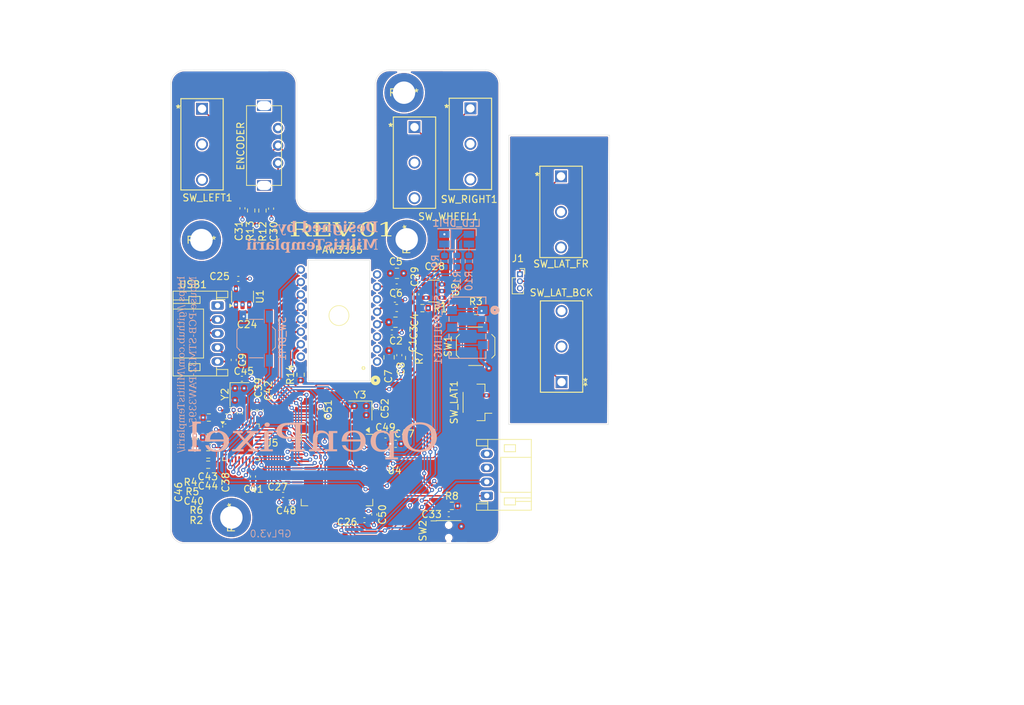
<source format=kicad_pcb>
(kicad_pcb (version 20241229) (generator "pcbnew") (generator_version "9.0")
  (layers (0 "F.Cu" signal) (4 "In1.Cu" power) (6 "In2.Cu" power) (2 "B.Cu" signal) (13 "F.Paste" user) (15 "B.Paste" user) (5 "F.SilkS" user "F.Silkscreen") (7 "B.SilkS" user "B.Silkscreen") (1 "F.Mask" user) (3 "B.Mask" user) (25 "Edge.Cuts" user))
  (net 0 "")
  (net 1 "GND")
  (net 2 "+1V9")
  (net 3 "Net-(PAW3395-VDDREG)")
  (net 4 "+3.3V")
  (net 5 "VBUS")
  (net 6 "SCRLL_UP")
  (net 7 "SCRLL_DWN")
  (net 8 "SWCLK")
  (net 9 "SWDI0")
  (net 10 "Net-(LED_DPI1-BA)")
  (net 11 "Net-(LED_DPI1-GA)")
  (net 12 "Net-(LED_DPI1-RA)")
  (net 14 "MOSI")
  (net 16 "NSS")
  (net 17 "Net-(PAW3395-LED_P)")
  (net 18 "MOTION")
  (net 19 "MISO")
  (net 20 "SCK")
  (net 23 "NRESET")
  (net 24 "LEDDPI_R")
  (net 25 "LEDDPI_G")
  (net 26 "LEDDPI_B")
  (net 27 "SW_DPI")
  (net 28 "SW_LEFT")
  (net 29 "SW_POLL")
  (net 30 "SW_RIGHT")
  (net 31 "SW_WHEEL")
  (net 34 "SW_LAT_FR")
  (net 35 "SW_LAT_BCK")
  (net 38 "Net-(USB1-Pin_5)")
  (net 39 "Net-(U4-VCAP_2)")
  (net 40 "Net-(U4-VCAP_1)")
  (net 41 "Net-(U4-NRST)")
  (net 42 "Net-(U4-BOOT0)")
  (net 43 "STP")
  (net 44 "DATA1")
  (net 45 "DIR")
  (net 51 "CLKOUT")
  (net 55 "DATA4")
  (net 58 "DATA2")
  (net 59 "DATA0")
  (net 60 "DATA6")
  (net 61 "DATA5")
  (net 62 "NXT")
  (net 64 "DATA3")
  (net 65 "Net-(C39-Pad1)")
  (net 66 "Net-(U5-VBUS)")
  (net 67 "Net-(U5-VDDA1.8)")
  (net 68 "USB_D+")
  (net 70 "Net-(U5-XI)")
  (net 77 "DATA7")
  (net 78 "USB_D-")
  (net 79 "RESET")
  (net 81 "Net-(U5-RBIAS)")
  (net 82 "Net-(U4-PH0)")
  (net 87 "Net-(U5-DP)")
  (net 88 "Net-(U5-DM)")
  (footprint "Omron mouse switches:SW_D2FC_OMR" (layer "F.Cu") (at 173.83 75.8)
    (property "Reference" "SW_RIGHT1")
    (property "Value" "SW_SPDT_321")
  )
  (footprint "Resistor_SMD:R_0603_1608Metric" (layer "F.Cu") (at 149.57 113.875 -90)
    (property "Reference" "R14")
    (property "Value" "10k")
  )
  (footprint "Package_TO_SOT_SMD:SOT-23-5" (layer "F.Cu") (at 141.28 102.715 90)
    (property "Reference" "U1")
    (property "Value" "AP2112K-3.3")
  )
  (footprint "Capacitor_SMD:C_0402_1005Metric" (layer "F.Cu") (at 145.36 90.135 90)
    (property "Reference" "C30")
    (property "Value" "100nF")
  )
  (footprint "Omron mouse switches:SW_D2FC_OMR" (layer "F.Cu") (at 165.84 78.48)
    (property "Reference" "SW_WHEEL1")
    (property "Value" "SW_SPDT_321")
  )
  (footprint "MountingHole:MountingHole_3.2mm_M3_DIN965_Pad_TopBottom" (layer "F.Cu") (at 164.73 94.52)
    (property "Reference" "REF**")
    (property "Value" "MountingHole_3.2mm_M3_DIN965_Pad_TopBottom")
  )
  (footprint "Connector_JST:JST_PH_S4B-PH-K_1x04_P2.00mm_Horizontal" (layer "F.Cu") (at 176.17 131.19 90)
    (property "Reference" "debug1" (hide yes))
    (property "Value" "Conn_01x04_Pin")
  )
  (footprint "Capacitor_SMD:C_0402_1005Metric" (layer "F.Cu") (at 134.46 123.04 90)
    (property "Reference" "C46")
    (property "Value" "100nF")
  )
  (footprint "Capacitor_SMD:C_0402_1005Metric" (layer "F.Cu") (at 147.07 131.06)
    (property "Reference" "C27")
    (property "Value" "2.2uF")
  )
  (footprint "Capacitor_SMD:C_0805_2012Metric" (layer "F.Cu") (at 163.12 106.37)
    (property "Reference" "C1")
    (property "Value" "10uF")
  )
  (footprint "Connector_JST:JST_PH_S5B-PH-K_1x05_P2.00mm_Horizontal" (layer "F.Cu") (at 137.71 103.99 -90)
    (property "Reference" "USB1")
    (property "Value" "Conn_01x05_Pin")
  )
  (footprint "Connector_JST:JST_SH_BM03B-SRSS-TB_1x03-1MP_P1.00mm_Vertical" (layer "F.Cu") (at 174.795 117.83 90)
    (property "Reference" "SW_LAT1")
    (property "Value" "Conn_01x03_Pin")
  )
  (footprint "Capacitor_SMD:C_0402_1005Metric" (layer "F.Cu") (at 152.44 118.85 90)
    (property "Reference" "C51")
    (property "Value" "100nF")
  )
  (footprint "Capacitor_SMD:C_0402_1005Metric" (layer "F.Cu") (at 140.89 119.4 90)
    (property "Reference" "C38")
    (property "Value" "100nF")
  )
  (footprint "Button_Switch_SMD:SW_SPST_EVQP7C" (layer "F.Cu") (at 170.736 136.28)
    (property "Reference" "SW2")
    (property "Value" "SW_Push")
  )
  (footprint "Package_TO_SOT_SMD:SOT-23-5" (layer "F.Cu") (at 168.6162 101.915 180)
    (property "Reference" "U2")
    (property "Value" "TLV75519PDBV")
  )
  (footprint "Capacitor_SMD:C_0603_1608Metric" (layer "F.Cu") (at 163.155 123.755)
    (property "Reference" "C47")
    (property "Value" "4,7uF")
  )
  (footprint "Package_QFP:LQFP-64_10x10mm_P0.5mm" (layer "F.Cu") (at 154.77 127.505 -90)
    (property "Reference" "U4")
    (property "Value" "STM32F215RGTx")
  )
  (footprint "Capacitor_SMD:C_0402_1005Metric" (layer "F.Cu") (at 141.19 114.46 180)
    (property "Reference" "C45")
    (property "Value" "100nf")
  )
  (footprint "Capacitor_SMD:C_0402_1005Metric" (layer "F.Cu") (at 160.1 133.865 -90)
    (property "Reference" "C50")
    (property "Value" "100nF")
  )
  (footprint "Resistor_SMD:R_0603_1608Metric" (layer "F.Cu") (at 174.605 104.76 180)
    (property "Reference" "R3")
    (property "Value" "10kΩ")
  )
  (footprint "MountingHole:MountingHole_3.2mm_M3_DIN965_Pad_TopBottom" (layer "F.Cu") (at 164.34 73.56)
    (property "Reference" "REF**")
    (property "Value" "MountingHole_3.2mm_M3_DIN965_Pad_TopBottom")
  )
  (footprint "Resistor_SMD:R_0603_1608Metric" (layer "F.Cu") (at 136.375 125.28)
    (property "Reference" "R6")
    (property "Value" "22")
  )
  (footprint "Connector_PinSocket_1.00mm:PinSocket_1x03_P1.00mm_Vertical" (layer "F.Cu") (at 180.9 99.509999)
    (property "Reference" "J1")
    (property "Value" "Conn_01x03_Socket")
  )
  (footprint "Package_DFN_QFN:QFN-32-1EP_5x5mm_P0.5mm_EP3.45x3.45mm" (layer "F.Cu") (at 141.05 123.53)
    (property "Reference" "U5")
    (property "Value" "USB3300-EZK")
  )
  (footprint "Resistor_SMD:R_0603_1608Metric" (layer "F.Cu") (at 171.175 132.624 180)
    (property "Reference" "R8")
    (property "Value" "10kΩ" (hide yes))
  )
  (footprint "Capacitor_SMD:C_0402_1005Metric" (layer "F.Cu") (at 163.67 111.08 -90)
    (property "Reference" "C8")
    (property "Value" "100nF")
  )
  (footprint "Omron mouse switches:Encoder_Kailh_Wheel_3Pin" (layer "F.Cu") (at 144.35 81.12 180)
    (property "Reference" "SCROLL1" (hide yes))
    (property "Value" "RotaryEncoder")
  )
  (footprint "Capacitor_SMD:C_0402_1005Metric" (layer "F.Cu") (at 147.98 132.135 180)
    (property "Reference" "C48")
    (property "Value" "100nF")
  )
  (footprint "Capacitor_SMD:C_0402_1005Metric" (layer "F.Cu") (at 138.94 119.84 180)
    (property "Reference" "C44")
    (property "Value" "100nF")
  )
  (footprint "Capacitor_SMD:C_0402_1005Metric" (layer "F.Cu") (at 163.3 101.26)
    (property "Reference" "C6")
    (property "Value" "100nF")
  )
  (footprint "MountingHole:MountingHole_3.2mm_M3_DIN965_Pad_TopBottom" (layer "F.Cu") (at 139.68 134.29)
    (property "Reference" "REF**")
    (property "Value" "MountingHole_3.2mm_M3_DIN965_Pad_TopBottom")
  )
  (footprint "Capacitor_SMD:C_0402_1005Metric" (layer "F.Cu") (at 139.52 118.92 180)
    (property "Reference" "C43")
    (property "Value" "100nF")
  )
  (footprint "Capacitor_SMD:C_0402_1005Metric" (layer "F.Cu") (at 142.9 118.95 90)
    (property "Reference" "C39")
    (property "Value" "100nF")
  )
  (footprint "MountingHole:MountingHole_3.2mm_M3_DIN965_Pad_TopBottom" (layer "F.Cu") (at 135.41 94.63)
    (property "Reference" "REF**")
    (property "Value" "MountingHole_3.2mm_M3_DIN965_Pad_TopBottom")
  )
  (footprint "Capacitor_SMD:C_0402_1005Metric" (layer "F.Cu") (at 136.7 124.08 180)
    (property "Reference" "C40")
    (property "Value" "100nF")
  )
  (footprint "Omron mouse switches:SW_D2FC_OMR" (layer "F.Cu") (at 135.49 75.86)
    (property "Reference" "SW_LEFT1")
    (property "Value" "SW_SPDT_321")
  )
  (footprint "Oscillator:Oscillator_SMD_SeikoEpson_SG210-4Pin_2.5x2.0mm" (layer "F.Cu") (at 158.1 119 180)
    (property "Reference" "Y3")
    (property "Value" "SG-210SCD")
  )
  (footprint "Resistor_SMD:R_0603_1608Metric" (layer "F.Cu") (at 136.465 120 180)
    (property "Reference" "R4")
    (property "Value" "12kΩ")
  )
  (footprint "Omron mouse switches:SW_D2FC_OMR" (layer "F.Cu") (at 186.77 85.519999)
    (property "Reference" "SW_LAT_FR")
    (property "Value" "SW_SPDT_321")
  )
  (footprint "Capacitor_SMD:C_0402_1005Metric" (layer "F.Cu") (at 170.74 133.824 180)
    (property "Reference" "C33")
    (property "Value" "100nF")
  )
  (footprint "Capacitor_SMD:C_0402_1005Metric" (layer "F.Cu") (at 140.67 100.175)
    (property "Reference" "C25")
    (property "Value" "1 µF")
  )
  (footprint "Oscillator:Oscillator_SMD_SeikoEpson_SG210-4Pin_2.5x2.0mm" (layer "F.Cu") (at 140.85 116.67 -90)
    (property "Reference" "Y2")
    (property "Value" "SG-210SCD")
  )
  (footprint "Button_Switch_SMD:SW_SPST_TL3342" (layer "F.Cu") (at 174.57 109.81 -90)
    (property "Reference" "SW1")
    (property "Value" "SW_Push")
  )
  (footprint "PAW3395:PAW3395_LGA16_fixed" (layer "F.Cu") (at 155.05 105.42 180)
    (property "Reference" "PAW3395")
    (property "Value" "~")
  )
  (footprint "Capacitor_SMD:C_0402_1005Metric" (layer "F.Cu") (at 141.26 90.095 90)
    (property "Reference" "C31")
    (property "Value" "100nF")
  )
  (footprint "Resistor_SMD:R_0603_1608Metric" (layer "F.Cu") (at 144.12 90.41 90)
    (property "Reference" "R12")
    (property "Value" "10 kΩ")
  )
  (footprint "Capacitor_SMD:C_0402_1005Metric" (layer "F.Cu") (at 162.61 107.84)
    (property "Reference" "C2")
    (property "Value" "100nF")
  )
  (footprint "Resistor_SMD:R_0603_1608Metric" (layer "F.Cu") (at 136.42 122.85)
    (property "Reference" "R5")
    (property "Value" "820Ω")
  )
  (footprint "Capacitor_SMD:C_0402_1005Metric" (layer "F.Cu") (at 160.35 118.785 -90)
    (property "Reference" "C52")
    (property "Value" "100nf")
  )
  (footprint "Resistor_SMD:R_0603_1608Metric" (layer "F.Cu") (at 136.37 126.74)
    (property "Reference" "R2")
    (property "Value" "22")
  )
  (footprint "Omron mouse switches:SW_D2FC_OMR" (layer "F.Cu") (at 186.85 114.929999 180)
    (property "Reference" "SW_LAT_BCK")
    (property "Value" "SW_SPDT_321")
  )
  (footprint "Capacitor_SMD:C_0603_1608Metric" (layer "F.Cu") (at 163.305 104.34)
    (property "Reference" "C3")
    (property "Value" "4,7uF")
  )
  (footprint "Capacitor_SMD:C_0402_1005Metric" (layer "F.Cu") (at 161.69 122.565)
    (property "Reference" "C49")
    (property "Value" "100nF")
  )
  (footprint "Resistor_SMD:R_0603_1608Metric" (layer "F.Cu") (at 166.9687 104.355 180)
    (property "Reference" "R1")
    (property "Value" "5,6")
  )
  (footprint "Capacitor_SMD:C_0402_1005Metric" (layer "F.Cu") (at 158.69 134.665)
    (property "Reference" "C26")
    (property "Value" "2.2uF")
  )
  (footprint "Capacitor_SMD:C_0402_1005Metric" (layer "F.Cu") (at 143.84 118.94 90)
    (property "Reference" "C42")
    (property "Value" "100nF")
  )
  (footprint "Capacitor_SMD:C_0402_1005Metric" (layer "F.Cu") (at 140.02 111.765 90)
    (property "Reference" "C9")
    (property "Value" "100nF")
  )
  (footprint "Resistor_SMD:R_0603_1608Metric" (layer "F.Cu") (at 165.09 111.475 -90)
    (property "Reference" "R7")
    (property "Value" "10kΩ")
  )
  (footprint "Resistor_SMD:R_0603_1608Metric" (layer "F.Cu") (at 142.51 90.4 90)
    (property "Reference" "R13")
    (property "Value" "10 kΩ")
  )
  (footprint "Capacitor_SMD:C_0402_1005Metric" (layer "F.Cu") (at 142.78 128.43 -90)
    (property "Reference" "C41")
    (property "Value" "100nF")
  )
  (footprint "Capacitor_SMD:C_0805_2012Metric" (layer "F.Cu") (at 162.21 111.39 -90)
    (property "Reference" "C7")
    (property "Value" "10uF")
  )
  (footprint "Capacitor_SMD:C_0402_1005Metric" (layer "F.Cu") (at 166.1 102.38 90)
    (property "Reference" "C29")
    (property "Value" "1 µF")
  )
  (footprint "Capacitor_SMD:C_0402_1005Metric" (layer "F.Cu") (at 168.7337 99.675 180)
    (property "Reference" "C28")
    (property "Value" "1 µF")
  )
  (footprint "Capacitor_SMD:C_0805_2012Metric" (layer "F.Cu") (at 163.34 99.38)
    (property "Reference" "C5")
    (property "Value" "10uF")
  )
  (footprint "Capacitor_SMD:C_0402_1005Metric" (layer "F.Cu") (at 141.92 105.54 180)
    (property "Reference" "C24")
    (property "Value" "1 µF")
  )
  (footprint "Capacitor_SMD:C_0402_1005Metric" (layer "F.Cu") (at 163.04 103.15)
    (property "Reference" "C4")
    (property "Value" "100nF")
  )
  (footprint "Resistor_SMD:R_0603_1608Metric" (layer "B.Cu") (at 173.61 97.65 90)
    (property "Reference" "R10")
    (property "Value" "330 Ω")
  )
  (footprint "LED_SMD:LED_RGB_1210" (layer "B.Cu") (at 171.86 94.5 180)
    (property "Reference" "LED_DPI1")
    (property "Value" "LED_dpi")
  )
  (footprint "Resistor_SMD:R_0603_1608Metric" (layer "B.Cu") (at 170.12 97.67 90)
    (property "Reference" "R9")
    (property "Value" "220 Ω")
  )
  (footprint "Resistor_SMD:R_0603_1608Metric" (layer "B.Cu") (at 171.88 97.65 90)
    (property "Reference" "R11")
    (property "Value" "100 Ω")
  )
  (footprint "Sw_slide:SSSS213202_AAL" (layer "B.Cu") (at 173.4 107.15 180)
    (property "Reference" "SW_POLLING1")
    (property "Value" "SSSS213202")
  )
  (footprint "Button_Switch_SMD:SW_SPST_TL3342" (layer "B.Cu") (at 143.22 108.71 90)
    (property "Reference" "SW_DPI1")
    (property "Value" "SW_Push")
  )
  (gr_circle (center 160.27 114.69) (end 160.64 114.93) (stroke (width 0.5)) (fill no) (layer "F.SilkS"))
  (gr_arc (start 175.998013 70.313861) (mid 177.416182 70.900051) (end 178.003778 72.317638) (stroke (width 0.05)) (layer "Edge.Cuts"))
  (gr_line (start 179.29 120.999999) (end 179.31 79.629999) (stroke (width 0.05)) (layer "Edge.Cuts"))
  (gr_line (start 158.19574 90.499976) (end 151.052001 90.500346) (stroke (width 0.05)) (layer "Edge.Cuts"))
  (gr_line (start 178 135.998) (end 178.003738 72.317638) (stroke (width 0.05)) (layer "Edge.Cuts"))
  (gr_line (start 162.260001 70.308239) (end 175.998013 70.313861) (stroke (width 0.05)) (layer "Edge.Cuts"))
  (gr_arc (start 133.001983 137.999999) (mid 131.586487 137.414914) (end 131 135.999999) (stroke (width 0.05)) (layer "Edge.Cuts"))
  (gr_arc (start 178 135.998) (mid 177.414921 137.413507) (end 176 138.000001) (stroke (width 0.05)) (layer "Edge.Cuts"))
  (gr_line (start 150.85 114.78) (end 150.65 114.78) (stroke (width 0.05)) (layer "Edge.Cuts"))
  (gr_line (start 159.45 97.52) (end 150.65 97.51) (stroke (width 0.05)) (layer "Edge.Cuts"))
  (gr_line (start 131 135.999999) (end 131.000001 72.340215) (stroke (width 0.05)) (layer "Edge.Cuts"))
  (gr_arc (start 160.236344 88.483777) (mid 159.637167 89.918099) (end 158.19574 90.499975) (stroke (width 0.05)) (layer "Edge.Cuts"))
  (gr_line (start 149.032097 88.495417) (end 149.027984 72.337638) (stroke (width 0.05)) (layer "Edge.Cuts"))
  (gr_arc (start 147.007999 70.319654) (mid 148.436223 70.91) (end 149.027984 72.337638) (stroke (width 0.05)) (layer "Edge.Cuts"))
  (gr_line (start 150.65 97.51) (end 150.65 114.78) (stroke (width 0.05)) (layer "Edge.Cuts"))
  (gr_line (start 176 137.99882) (end 133.001983 138.00118) (stroke (width 0.05)) (layer "Edge.Cuts"))
  (gr_arc (start 131 72.340215) (mid 131.588011 70.917643) (end 133.01 70.328223) (stroke (width 0.05)) (layer "Edge.Cuts"))
  (gr_line (start 159.45 114.78) (end 159.45 97.52) (stroke (width 0.05)) (layer "Edge.Cuts"))
  (gr_line (start 193.700031 79.629999) (end 193.54 120.999999) (stroke (width 0.05)) (layer "Edge.Cuts"))
  (gr_line (start 150.85 114.78) (end 159.45 114.78) (stroke (width 0.05)) (layer "Edge.Cuts"))
  (gr_line (start 179.31 79.629999) (end 193.700031 79.629999) (stroke (width 0.05)) (layer "Edge.Cuts"))
  (gr_line (start 147.007999 70.319654) (end 133.01 70.328199) (stroke (width 0.05)) (layer "Edge.Cuts"))
  (gr_line (start 193.54 120.999999) (end 179.29 120.999999) (stroke (width 0.05)) (layer "Edge.Cuts"))
  (gr_line (start 160.242017 72.328224) (end 160.236344 88.4838) (stroke (width 0.05)) (layer "Edge.Cuts"))
  (gr_arc (start 151.052001 90.500345) (mid 149.628403 89.914605) (end 149.032059 88.495417) (stroke (width 0.05)) (layer "Edge.Cuts"))
  (gr_arc (start 160.242017 72.328224) (mid 160.832363 70.9) (end 162.260001 70.308239) (stroke (width 0.05)) (layer "Edge.Cuts"))
  (gr_text "ENCODER" (at 141.59 84.74 90) (layer "F.SilkS") (effects (font (size 1 1)) (justify left bottom)))
  (gr_text "REV.01" (at 147.95 94.44 0) (layer "F.SilkS") (effects (font (size 2 3) (thickness 0.3)) (justify left bottom)))
  (gr_text "Designed by: \nMilitisTemplarii" (at 160.67 96.26 0) (layer "B.SilkS") (effects (font (size 1.5 1.5) (thickness 0.3) (bold yes)) (justify left bottom mirror)))
  (gr_text "OpenPixel" (at 169.43 125.51 0) (layer "B.SilkS") (effects (font (size 4 5) (thickness 0.3)) (justify left bottom mirror)))
  (gr_text "GPLv3.0\n" (at 148.33 137.2 0) (layer "B.SilkS") (effects (font (size 1 1) (thickness 0.1)) (justify left bottom mirror)))
  (gr_text "https://github.com/MilitisTemplarii/\nMouse-PCB-STM32-PAW3395/" (at 134.83 99.8 90) (layer "B.SilkS") (effects (font (size 1 1) (thickness 0.125)) (justify left bottom mirror)))
  (segment (start 138.17 118.92) (end 138.04 118.79) (width 0.2) (layer "F.Cu") (net 1))
  (segment (start 146.52 131.13) (end 146.59 131.06) (width 0.2) (layer "F.Cu") (net 1))
  (segment (start 143.84 118.46) (end 143.84 118.04) (width 0.2) (layer "F.Cu") (net 1))
  (segment (start 151.75 125.53) (end 151.66 125.44) (width 0.2) (layer "F.Cu") (net 1))
  (segment (start 169.484 135.56) (end 171.22 133.824) (width 0.2) (layer "F.Cu") (net 1))
  (segment (start 138.46 119.21) (end 138.04 118.79) (width 0.2) (layer "F.Cu") (net 1))
  (segment (start 163.09 107.84) (end 163.12 107.87) (width 0.25) (layer "F.Cu") (net 1))
  (segment (start 138.07 122.28) (end 137.49 121.7) (width 0.25) (layer "F.Cu") (net 1))
  (segment (start 159.88 135.375) (end 160.05 135.375) (width 0.2) (layer "F.Cu") (net 1))
  (segment (start 141.67 114.46) (end 142.6 114.46) (width 0.2) (layer "F.Cu") (net 1))
  (segment (start 141.27 90.585) (end 141.26 90.575) (width 0.4) (layer "F.Cu") (net 1))
  (segment (start 147.5 132.135) (end 146.535 132.135) (width 0.2) (layer "F.Cu") (net 1))
  (segment (start 158.665 124.255) (end 158.65 124.27) (width 0.2) (layer "F.Cu") (net 1))
  (segment (start 164.08 104.34) (end 164.08 103.51) (width 0.25) (layer "F.Cu") (net 1))
  (segment (start 142.6 114.46) (end 142.61 114.45) (width 0.2) (layer "F.Cu") (net 1))
  (segment (start 160.445 124.255) (end 158.665 124.255) (width 0.2) (layer "F.Cu") (net 1))
  (segment (start 160.1 134.345) (end 160.1 135.325) (width 0.2) (layer "F.Cu") (net 1))
  (segment (start 166.1 101.9) (end 166.1 100.24) (width 0.25) (layer "F.Cu") (net 1))
  (segment (start 143.84 118.04) (end 143.36 117.56) (width 0.2) (layer "F.Cu") (net 1))
  (segment (start 139.8 122.28) (end 141.05 123.53) (width 0.2) (layer "F.Cu") (net 1))
  (segment (start 151.42 125.44) (end 150.235 124.255) (width 0.2) (layer "F.Cu") (net 1))
  (segment (start 146.535 132.135) (end 146.52 132.12) (width 0.2) (layer "F.Cu") (net 1))
  (segment (start 162.74 122.565) (end 163.93 123.755) (width 0.25) (layer "F.Cu") (net 1))
  (segment (start 139.005 111.285) (end 137.71 109.99) (width 0.25) (layer "F.Cu") (net 1))
  (segment (start 145.4 90.655) (end 145.36 90.615) (width 0.4) (layer "F.Cu") (net 1))
  (segment (start 134.77 124.08) (end 134.48 124.37) (width 0.25) (layer "F.Cu") (net 1))
  (segment (start 171.22 134.244) (end 172.536 135.56) (width 0.4) (layer "F.Cu") (net 1))
  (segment (start 142.79 130.14) (end 142.79 128.92) (width 0.4) (layer "F.Cu") (net 1))
  (segment (start 164.07 106.37) (end 164.07 107.82) (width 0.25) (layer "F.Cu") (net 1))
  (segment (start 141.15 100.175) (end 142.285 100.175) (width 0.25) (layer "F.Cu") (net 1))
  (segment (start 168.936 135.56) (end 169.484 135.56) (width 0.2) (layer "F.Cu") (net 1))
  (segment (start 171.22 133.824) (end 171.22 134.244) (width 0.4) (layer "F.Cu") (net 1))
  (segment (start 163.67 111.56) (end 163.67 112.67) (width 0.25) (layer "F.Cu") (net 1))
  (segment (start 166.665 99.675) (end 166.31 100.03) (width 0.25) (layer "F.Cu") (net 1))
  (segment (start 164.44 103.15) (end 164.51 103.08) (width 0.25) (layer "F.Cu") (net 1))
  (segment (start 151.66 125.44) (end 151.42 125.44) (width 0.2) (layer "F.Cu") (net 1))
  (segment (start 162.17 122.565) (end 162.74 122.565) (width 0.25) (layer "F.Cu") (net 1))
  (segment (start 163.78 99.89) (end 164.29 99.38) (width 0.25) (layer "F.Cu") (net 1))
  (segment (start 163.67 112.67) (end 163.69 112.69) (width 0.25) (layer "F.Cu") (net 1))
  (segment (start 137.57 121.78) (end 137.49 121.7) (width 0.25) (layer "F.Cu") (net 1))
  (segment (start 142.9 118.02) (end 143.36 117.56) (width 0.2) (layer "F.Cu") (net 1))
  (segment (start 138.6125 122.28) (end 138.07 122.28) (width 0.25) (layer "F.Cu") (net 1))
  (segment (start 164.07 107.82) (end 164.02 107.87) (width 0.25) (layer "F.Cu") (net 1))
  (segment (start 150.235 124.255) (end 149.095 124.255) (width 0.2) (layer "F.Cu") (net 1))
  (segment (start 138.46 119.84) (end 138.46 119.21) (width 0.2) (layer "F.Cu") (net 1))
  (segment (start 146.52 132.12) (end 146.52 131.13) (width 0.2) (layer "F.Cu") (net 1))
  (segment (start 163.12 107.87) (end 164.02 107.87) (width 0.25) (layer "F.Cu") (net 1))
  (segment (start 142.79 128.92) (end 142.78 128.91) (width 0.4) (layer "F.Cu") (net 1))
  (segment (start 163.78 101.26) (end 163.78 99.89) (width 0.25) (layer "F.Cu") (net 1))
  (segment (start 142.285 100.175) (end 142.32 100.14) (width 0.25) (layer "F.Cu") (net 1))
  (segment (start 164.08 103.51) (end 164.51 103.08) (width 0.25) (layer "F.Cu") (net 1))
  (segment (start 159.17 134.665) (end 159.88 135.375) (width 0.2) (layer "F.Cu") (net 1))
  (segment (start 139.04 118.92) (end 138.17 118.92) (width 0.2) (layer "F.Cu") (net 1))
  (segment (start 141.27 91.695) (end 141.27 90.585) (width 0.25) (layer "F.Cu") (net 1))
  (segment (start 140.02 111.285) (end 139.005 111.285) (width 0.25) (layer "F.Cu") (net 1))
  (segment (start 162.21 112.34) (end 163.34 112.34) (width 0.25) (layer "F.Cu") (net 1))
  (segment (start 145.4 91.575) (end 145.4 90.655) (width 0.25) (layer "F.Cu") (net 1))
  (segment (start 160.1 135.325) (end 160.05 135.375) (width 0.2) (layer "F.Cu") (net 1))
  (segment (start 138.6125 122.28) (end 139.8 122.28) (width 0.2) (layer "F.Cu") (net 1))
  (segment (start 142.9 118.47) (end 142.9 118.02) (width 0.2) (layer "F.Cu") (net 1))
  (segment (start 166.1 100.24) (end 166.31 100.03) (width 0.25) (layer "F.Cu") (net 1))
  (segment (start 176.47 106.660001) (end 176.47 112.959999) (width 0.2) (layer "F.Cu") (net 1))
  (segment (start 151.75 125.67) (end 151.75 125.53) (width 0.2) (layer "F.Cu") (net 1))
  (segment (start 163.34 112.34) (end 163.69 112.69) (width 0.25) (layer "F.Cu") (net 1))
  (segment (start 163.52 103.15) (end 164.44 103.15) (width 0.25) (layer "F.Cu") (net 1))
  (segment (start 153.02 121.83) (end 153.02 123.43) (width 0.2) (layer "F.Cu") (net 1))
  (segment (start 134.46 124.35) (end 134.48 124.37) (width 0.15) (layer "F.Cu") (net 1))
  (segment (start 168.2537 99.675) (end 166.665 99.675) (width 0.25) (layer "F.Cu") (net 1))
  (segment (start 134.46 123.52) (end 134.46 124.35) (width 0.25) (layer "F.Cu") (net 1))
  (segment (start 138.6125 121.78) (end 137.57 121.78) (width 0.25) (layer "F.Cu") (net 1))
  (segment (start 136.22 124.08) (end 134.77 124.08) (width 0.25) (layer "F.Cu") (net 1))
  (via (at 151.75 125.67) (size 0.6) (drill 0.3) (layers "F.Cu" "B.Cu") (net 1))
  (via (at 141.27 91.695) (size 0.6) (drill 0.3) (layers "F.Cu" "B.Cu") (net 1))
  (via (at 166.31 100.03) (size 0.6) (drill 0.3) (layers "F.Cu" "B.Cu") (net 1))
  (via (at 143.36 117.56) (size 0.6) (drill 0.3) (layers "F.Cu" "B.Cu") (net 1))
  (via (at 157.25 118.35) (size 0.6) (drill 0.3) (layers "F.Cu" "B.Cu") (net 1))
  (via (at 137.49 121.7) (size 0.6) (drill 0.3) (layers "F.Cu" "B.Cu") (net 1))
  (via (at 141.32 111.859999) (size 0.6) (drill 0.3) (layers "F.Cu" "B.Cu") (net 1))
  (via (at 163.93 123.755) (size 0.6) (drill 0.3) (layers "F.Cu" "B.Cu") (net 1))
  (via (at 176.47 112.959999) (size 0.6) (drill 0.3) (layers "F.Cu" "B.Cu") (net 1))
  (via (at 141.28 103.8525) (size 0.6) (drill 0.3) (layers "F.Cu" "B.Cu") (net 1))
  (via (at 164.02 107.87) (size 0.6) (drill 0.3) (layers "F.Cu" "B.Cu") (net 1))
  (via (at 172.536 135.56) (size 0.6) (drill 0.3) (layers "F.Cu" "B.Cu") (net 1))
  (via (at 145.4 91.575) (size 0.6) (drill 0.3) (layers "F.Cu" "B.Cu") (net 1))
  (via (at 142.32 100.14) (size 0.6) (drill 0.3) (layers "F.Cu" "B.Cu") (net 1))
  (via (at 141.44 105.54) (size 0.6) (drill 0.3) (layers "F.Cu" "B.Cu") (net 1))
  (via (at 142.61 114.45) (size 0.6) (drill 0.3) (layers "F.Cu" "B.Cu") (net 1))
  (via (at 152.44 118.37) (size 0.6) (drill 0.3) (layers "F.Cu" "B.Cu") (net 1))
  (via (at 164.51 103.08) (size 0.6) (drill 0.3) (layers "F.Cu" "B.Cu") (net 1))
  (via (at 134.48 124.37) (size 0.6) (drill 0.3) (layers "F.Cu" "B.Cu") (net 1))
  (via (at 140.89 118.92) (size 0.6) (drill 0.3) (layers "F.Cu" "B.Cu") (net 1))
  (via (at 163.69 112.69) (size 0.6) (drill 0.3) (layers "F.Cu" "B.Cu") (net 1))
  (via (at 160.05 135.375) (size 0.6) (drill 0.3) (layers "F.Cu" "B.Cu") (net 1))
  (via (at 140.2 117.52) (size 0.6) (drill 0.3) (layers "F.Cu" "B.Cu") (net 1))
  (via (at 169.7537 101.915) (size 0.6) (drill 0.3) (layers "F.Cu" "B.Cu") (net 1))
  (via (at 138.04 118.79) (size 0.6) (drill 0.3) (layers "F.Cu" "B.Cu") (net 1))
  (via (at 158.65 124.27) (size 0.6) (drill 0.3) (layers "F.Cu" "B.Cu") (net 1))
  (via (at 176.12 116.83) (size 0.6) (drill 0.3) (layers "F.Cu" "B.Cu") (net 1))
  (via (at 135.64 120) (size 0.6) (drill 0.3) (layers "F.Cu" "B.Cu") (net 1))
  (via (at 170.11 93.8) (size 0.6) (drill 0.3) (layers "F.Cu" "B.Cu") (net 1))
  (via (at 153.02 123.43) (size 0.6) (drill 0.3) (layers "F.Cu" "B.Cu") (net 1))
  (via (at 164.29 99.38) (size 0.6) (drill 0.3) (layers "F.Cu" "B.Cu") (net 1))
  (via (at 146.52 132.12) (size 0.6) (drill 0.3) (layers "F.Cu" "B.Cu") (net 1))
  (via (at 142.79 130.14) (size 0.6) (drill 0.3) (layers "F.Cu" "B.Cu") (net 1))
  (via (at 160.35 118.305) (size 0.6) (drill 0.3) (layers "F.Cu" "B.Cu") (net 1))
  (segment (start 175.32 111.809999) (end 176.47 112.959999) (width 0.4) (layer "B.Cu") (net 1))
  (segment (start 175.32 109.93) (end 175.32 111.809999) (width 0.4) (layer "B.Cu") (net 1))
  (segment (start 171.199998 109.65) (end 175.600002 109.65) (width 0.2) (layer "B.Cu") (net 1))
  (segment (start 163.51 110.44) (end 163.67 110.6) (width 0.25) (layer "F.Cu") (net 2))
  (segment (start 160.79 106.37) (end 160.5 106.66) (width 0.25) (layer "F.Cu") (net 2))
  (segment (start 162.17 106.37) (end 162.17 107.8) (width 0.25) (layer "F.Cu") (net 2))
  (segment (start 162.21 110.44) (end 163.51 110.44) (width 0.25) (layer "F.Cu") (net 2))
  (segment (start 162.17 106.37) (end 160.79 106.37) (width 0.25) (layer "F.Cu") (net 2))
  (segment (start 164.09 109.65) (end 165.09 110.65) (width 0.25) (layer "F.Cu") (net 2))
  (segment (start 162.21 110.44) (end 163 109.65) (width 0.25) (layer "F.Cu") (net 2))
  (segment (start 166.105 102.865) (end 166.1 102.86) (width 0.15) (layer "F.Cu") (net 2))
  (segment (start 162.17 107.8) (end 162.13 107.84) (width 0.25) (layer "F.Cu") (net 2))
  (segment (start 167.4787 102.865) (end 166.105 102.865) (width 0.3) (layer "F.Cu") (net 2))
  (segment (start 163 109.65) (end 164.09 109.65) (width 0.25) (layer "F.Cu") (net 2))
  (via (at 167.4787 102.865) (size 0.6) (drill 0.3) (layers "F.Cu" "B.Cu") (net 2))
  (via (at 162.17 106.37) (size 0.6) (drill 0.3) (layers "F.Cu" "B.Cu") (net 2))
  (via (at 162.21 110.44) (size 0.6) (drill 0.3) (layers "F.Cu" "B.Cu") (net 2))
  (via (at 167.7937 104.355) (size 0.6) (drill 0.3) (layers "F.Cu" "B.Cu") (net 2))
  (segment (start 162.53 103.18) (end 162.56 103.15) (width 0.25) (layer "F.Cu") (net 3))
  (segment (start 161.04 104.34) (end 160.5 104.88) (width 0.25) (layer "F.Cu") (net 3))
  (segment (start 162.53 104.34) (end 162.53 103.18) (width 0.25) (layer "F.Cu") (net 3))
  (segment (start 162.53 104.34) (end 161.04 104.34) (width 0.25) (layer "F.Cu") (net 3))
  (segment (start 143.85 119.43) (end 143.84 119.42) (width 0.15) (layer "F.Cu") (net 4))
  (segment (start 142.8 121.0925) (end 143.84 120.0525) (width 0.2) (layer "F.Cu") (net 4))
  (segment (start 138.6125 124.28) (end 137.38 124.28) (width 0.2) (layer "F.Cu") (net 4))
  (segment (start 159.965 119.65) (end 160.35 119.265) (width 0.2) (layer "F.Cu") (net 4))
  (segment (start 142.8 125.9675) (end 142.8575 125.9675) (width 0.2) (layer "F.Cu") (net 4))
  (segment (start 148.46 132.125) (end 148.46 131.889999) (width 0.2) (layer "F.Cu") (net 4))
  (segment (start 158.95 119.65) (end 159.965 119.65) (width 0.2) (layer "F.Cu") (net 4))
  (segment (start 147.855 124.755) (end 147.71 124.9) (width 0.2) (layer "F.Cu") (net 4))
  (segment (start 140.330001 100.315001) (end 140.19 100.175) (width 0.25) (layer "F.Cu") (net 4))
  (segment (start 140.330001 101.5775) (end 140.330001 100.315001) (width 0.25) (layer "F.Cu") (net 4))
  (segment (start 169.7537 100.215) (end 169.2137 99.675) (width 0.2) (layer "F.Cu") (net 4))
  (segment (start 143.29 92.545) (end 142.51 91.765) (width 0.4) (layer "F.Cu") (net 4))
  (segment (start 152.52 120.84) (end 152.52 119.41) (width 0.2) (layer "F.Cu") (net 4))
  (segment (start 152.52 121.83) (end 152.52 120.84) (width 0.2) (layer "F.Cu") (net 4))
  (segment (start 148.46 131.889999) (end 149.095 131.254999) (width 0.2) (layer "F.Cu") (net 4))
  (segment (start 158.704999 133.365) (end 158.519999 133.18) (width 0.2) (layer "F.Cu") (net 4))
  (segment (start 143.84 120.0525) (end 143.84 119.42) (width 0.2) (layer "F.Cu") (net 4))
  (segment (start 159.28 133.365) (end 158.704999 133.365) (width 0.2) (layer "F.Cu") (net 4))
  (segment (start 162.82 101.26) (end 160.56 101.26) (width 0.25) (layer "F.Cu") (net 4))
  (segment (start 162.82 101.26) (end 162.82 99.81) (width 0.25) (layer "F.Cu") (net 4))
  (segment (start 161.21 122.885) (end 161.21 122.565) (width 0.25) (layer "F.Cu") (net 4))
  (segment (start 142.8 125.9675) (end 142.8 127.02) (width 0.2) (layer "F.Cu") (net 4))
  (segment (start 160.56 101.26) (end 160.5 101.32) (width 0.25) (layer "F.Cu") (net 4))
  (segment (start 140.2 114.97) (end 140.71 114.46) (width 0.2) (layer "F.Cu") (net 4))
  (segment (start 160.445 123.65) (end 161.21 122.885) (width 0.2) (layer "F.Cu") (net 4))
  (segment (start 160.445 123.755001) (end 160.445 123.65) (width 0.2) (layer "F.Cu") (net 4))
  (segment (start 139.8 120.22) (end 139.42 119.84) (width 0.2) (layer "F.Cu") (net 4))
  (segment (start 140 119.94) (end 140 118.92) (width 0.2) (layer "F.Cu") (net 4))
  (segment (start 162.08 123.755) (end 161.21 122.885) (width 0.25) (layer "F.Cu") (net 4))
  (segment (start 162.82 99.81) (end 162.39 99.38) (width 0.25) (layer "F.Cu") (net 4))
  (segment (start 142.8 127.02) (end 142.83 127.05) (width 0.2) (layer "F.Cu") (net 4))
  (segment (start 148.46 132.135) (end 148.46 132.125) (width 0.2) (layer "F.Cu") (net 4))
  (segment (start 142.83 127.9) (end 142.78 127.95) (width 0.2) (layer "F.Cu") (net 4))
  (segment (start 137.38 124.28) (end 137.18 124.08) (width 0.2) (layer "F.Cu") (net 4))
  (segment (start 162.38 123.755) (end 162.08 123.755) (width 0.25) (layer "F.Cu") (net 4))
  (segment (start 169.7537 100.965) (end 169.7537 100.215) (width 0.2) (layer "F.Cu") (net 4))
  (segment (start 147.71 124.9) (end 147.85 124.9) (width 0.15) (layer "F.Cu") (net 4))
  (segment (start 144.12 91.715) (end 144.12 91.235) (width 0.4) (layer "F.Cu") (net 4))
  (segment (start 143.29 92.545) (end 144.12 91.715) (width 0.4) (layer "F.Cu") (net 4))
  (segment (start 153.52 119.84) (end 152.52 120.84) (width 0.2) (layer "F.Cu") (net 4))
  (segment (start 142.51 91.765) (end 142.51 91.225) (width 0.4) (layer "F.Cu") (net 4))
  (segment (start 140.3 120.24) (end 140.3 121.0925) (width 0.2) (layer "F.Cu") (net 4))
  (segment (start 160.1 133.385) (end 159.3 133.385) (width 0.2) (layer "F.Cu") (net 4))
  (segment (start 140.16 119.08) (end 140 118.92) (width 0.15) (layer "F.Cu") (net 4))
  (segment (start 159.3 133.385) (end 159.28 133.365) (width 0.2) (layer "F.Cu") (net 4))
  (segment (start 140.3 120.24) (end 140 119.94) (width 0.2) (layer "F.Cu") (net 4))
  (segment (start 140.2 115.82) (end 140.2 114.97) (width 0.2) (layer "F.Cu") (net 4))
  (segment (start 149.095 124.755) (end 147.855 124.755) (width 0.2) (layer "F.Cu") (net 4))
  (segment (start 139.8 121.0925) (end 139.8 120.22) (width 0.2) (layer "F.Cu") (net 4))
  (segment (start 142.83 127.05) (end 142.83 127.9) (width 0.2) (layer "F.Cu") (net 4))
  (segment (start 142.78 127.1) (end 142.83 127.05) (width 0.15) (layer "F.Cu") (net 4))
  (segment (start 152.52 119.41) (end 152.44 119.33) (width 0.2) (layer "F.Cu") (net 4))
  (via (at 162.39 99.38) (size 0.6) (drill 0.3) (layers "F.Cu" "B.Cu") (net 4))
  (via (at 159.28 133.365) (size 0.6) (drill 0.3) (layers "F.Cu" "B.Cu") (net 4))
  (via (at 169.7537 100.965) (size 0.6) (drill 0.3) (layers "F.Cu" "B.Cu") (net 4))
  (via (at 141.5 115.82) (size 0.6) (drill 0.3) (layers "F.Cu" "B.Cu") (net 4))
  (via (at 175.43 104.76) (size 0.6) (drill 0.3) (layers "F.Cu" "B.Cu") (net 4))
  (via (at 137.18 124.08) (size 0.6) (drill 0.3) (layers "F.Cu" "B.Cu") (net 4))
  (via (at 158.95 119.65) (size 0.6) (drill 0.3) (layers "F.Cu" "B.Cu") (net 4))
  (via (at 140 118.92) (size 0.6) (drill 0.3) (layers "F.Cu" "B.Cu") (net 4))
  (via (at 142.83 127.05) (size 0.6) (drill 0.3) (layers "F.Cu" "B.Cu") (net 4))
  (via (at 140.2 115.82) (size 0.6) (drill 0.3) (layers "F.Cu" "B.Cu") (net 4))
  (via (at 143.29 92.545) (size 0.6) (drill 0.3) (layers "F.Cu" "B.Cu") (net 4))
  (via (at 153.52 119.84) (size 0.6) (drill 0.3) (layers "F.Cu" "B.Cu") (net 4))
  (via (at 140.330001 101.5775) (size 0.6) (drill 0.3) (layers "F.Cu" "B.Cu") (net 4))
  (via (at 169.7537 102.865) (size 0.6) (drill 0.3) (layers "F.Cu" "B.Cu") (net 4))
  (via (at 172 132.624) (size 0.6) (drill 0.3) (layers "F.Cu" "B.Cu") (net 4))
  (via (at 139.42 119.84) (size 0.6) (drill 0.3) (layers "F.Cu" "B.Cu") (net 4))
  (via (at 158.95 118.35) (size 0.6) (drill 0.3) (layers "F.Cu" "B.Cu") (net 4))
  (via (at 148.46 132.125) (size 0.6) (drill 0.3) (layers "F.Cu" "B.Cu") (net 4))
  (via (at 149.57 114.7) (size 0.6) (drill 0.3) (layers "F.Cu" "B.Cu") (net 4))
  (via (at 162.38 123.755) (size 0.6) (drill 0.3) (layers "F.Cu" "B.Cu") (net 4))
  (via (at 147.71 124.9) (size 0.6) (drill 0.3) (layers "F.Cu" "B.Cu") (net 4))
  (via (at 143.84 119.42) (size 0.6) (drill 0.3) (layers "F.Cu" "B.Cu") (net 4))
  (segment (start 171.199998 104.65) (end 175.600002 104.65) (width 0.2) (layer "B.Cu") (net 4))
  (segment (start 142.4 104.022501) (end 142.229999 103.8525) (width 0.2) (layer "F.Cu") (net 5))
  (segment (start 142.4 105.54) (end 142.4 104.022501) (width 0.2) (layer "F.Cu") (net 5))
  (via (at 140.330001 103.8525) (size 0.6) (drill 0.3) (layers "F.Cu" "B.Cu") (net 5))
  (via (at 135.595 122.85) (size 0.6) (drill 0.3) (layers "F.Cu" "B.Cu") (net 5))
  (via (at 142.229999 103.8525) (size 0.6) (drill 0.3) (layers "F.Cu" "B.Cu") (net 5))
  (via (at 134.46 122.56) (size 0.6) (drill 0.3) (layers "F.Cu" "B.Cu") (net 5))
  (segment (start 151.52 121.83) (end 151.52 120.57) (width 0.2) (layer "F.Cu") (net 6))
  (segment (start 144.12 89.585) (end 144.19 89.655) (width 0.15) (layer "F.Cu") (net 6))
  (segment (start 145.36 89.655) (end 146.35 88.665) (width 0.2) (layer "F.Cu") (net 6))
  (segment (start 150.92 119.97) (end 147.235686 119.97) (width 0.2) (layer "F.Cu") (net 6))
  (segment (start 146.07 90.365) (end 145.36 89.655) (width 0.2) (layer "F.Cu") (net 6))
  (segment (start 145.29 89.585) (end 145.36 89.655) (width 0.2) (layer "F.Cu") (net 6))
  (segment (start 143.75 97.98) (end 146.07 95.66) (width 0.2) (layer "F.Cu") (net 6))
  (segment (start 146.07 95.66) (end 146.07 90.365) (width 0.2) (layer "F.Cu") (net 6))
  (segment (start 144.12 89.585) (end 145.29 89.585) (width 0.2) (layer "F.Cu") (net 6))
  (segment (start 151.52 120.57) (end 150.92 119.97) (width 0.2) (layer "F.Cu") (net 6))
  (segment (start 146.35 88.665) (end 146.35 83.62) (width 0.2) (layer "F.Cu") (net 6))
  (segment (start 143.75 116.484314) (end 143.75 97.98) (width 0.2) (layer "F.Cu") (net 6))
  (segment (start 147.235686 119.97) (end 143.75 116.484314) (width 0.2) (layer "F.Cu") (net 6))
  (segment (start 146.35 81.12) (end 147.55 82.32) (width 0.2) (layer "F.Cu") (net 7))
  (segment (start 142.51 84.96) (end 146.35 81.12) (width 0.2) (layer "F.Cu") (net 7))
  (segment (start 141.3 89.575) (end 141.26 89.615) (width 0.2) (layer "F.Cu") (net 7))
  (segment (start 144.15 116.31) (end 147.41 119.57) (width 0.2) (layer "F.Cu") (net 7))
  (segment (start 147.41 119.57) (end 151.085686 119.57) (width 0.2) (layer "F.Cu") (net 7))
  (segment (start 152.02 120.504314) (end 152.02 121.83) (width 0.2) (layer "F.Cu") (net 7))
  (segment (start 147.55 90.5) (end 146.48 91.57) (width 0.2) (layer "F.Cu") (net 7))
  (segment (start 146.48 91.57) (end 146.48 95.83) (width 0.2) (layer "F.Cu") (net 7))
  (segment (start 142.51 89.575) (end 142.47 89.615) (width 0.15) (layer "F.Cu") (net 7))
  (segment (start 142.51 89.575) (end 141.3 89.575) (width 0.2) (layer "F.Cu") (net 7))
  (segment (start 144.15 98.16) (end 144.15 116.31) (width 0.2) (layer "F.Cu") (net 7))
  (segment (start 147.55 82.32) (end 147.55 90.5) (width 0.2) (layer "F.Cu") (net 7))
  (segment (start 151.085686 119.57) (end 152.02 120.504314) (width 0.2) (layer "F.Cu") (net 7))
  (segment (start 146.48 95.83) (end 144.15 98.16) (width 0.2) (layer "F.Cu") (net 7))
  (segment (start 142.51 89.575) (end 142.51 84.96) (width 0.2) (layer "F.Cu") (net 7))
  (segment (start 161.54 131.25) (end 162.390001 131.25) (width 0.2) (layer "F.Cu") (net 8))
  (segment (start 160.449999 131.25) (end 160.445 131.254999) (width 0.25) (layer "F.Cu") (net 8))
  (segment (start 162.450001 131.19) (end 176.17 131.19) (width 0.2) (layer "F.Cu") (net 8))
  (segment (start 162.390001 131.25) (end 162.450001 131.19) (width 0.2) (layer "F.Cu") (net 8))
  (segment (start 161.54 131.25) (end 160.449999 131.25) (width 0.25) (layer "F.Cu") (net 8))
  (segment (start 158.23 136.27) (end 157.51 135.55) (width 0.2) (layer "F.Cu") (net 9))
  (segment (start 157.51 133.19) (end 157.52 133.18) (width 0.25) (layer "F.Cu") (net 9))
  (segment (start 157.51 135.55) (end 157.51 133.19) (width 0.2) (layer "F.Cu") (net 9))
  (segment (start 161.61 136.15) (end 161.49 136.27) (width 0.2) (layer "F.Cu") (net 9))
  (segment (start 161.49 136.27) (end 158.23 136.27) (width 0.2) (layer "F.Cu") (net 9))
  (via (at 161.61 136.15) (size 0.6) (drill 0.3) (layers "F.Cu" "B.Cu") (net 9))
  (segment (start 171.75 129.19) (end 176.17 129.19) (width 0.25) (layer "B.Cu") (net 9))
  (segment (start 161.69 136.15) (end 162.1 135.74) (width 0.25) (layer "B.Cu") (net 9))
  (segment (start 165.2 135.74) (end 171.75 129.19) (width 0.25) (layer "B.Cu") (net 9))
  (segment (start 162.1 135.74) (end 165.2 135.74) (width 0.25) (layer "B.Cu") (net 9))
  (segment (start 161.61 136.15) (end 161.69 136.15) (width 0.25) (layer "B.Cu") (net 9))
  (segment (start 171.88 94.77) (end 172.85 93.8) (width 0.2) (layer "B.Cu") (net 10))
  (segment (start 172.85 93.8) (end 173.61 93.8) (width 0.2) (layer "B.Cu") (net 10))
  (segment (start 171.88 96.825) (end 171.88 94.77) (width 0.2) (layer "B.Cu") (net 10))
  (segment (start 173.61 96.825) (end 173.61 95.2) (width 0.2) (layer "B.Cu") (net 11))
  (segment (start 170.12 95.21) (end 170.11 95.2) (width 0.2) (layer "B.Cu") (net 12))
  (segment (start 170.12 96.845) (end 170.12 95.21) (width 0.2) (layer "B.Cu") (net 12))
  (segment (start 148.29 118.6) (end 146.36 116.67) (width 0.2) (layer "F.Cu") (net 14))
  (segment (start 151.33 126.75) (end 149.1 126.75) (width 0.2) (layer "F.Cu") (net 14))
  (segment (start 151.59 126.49) (end 151.33 126.75) (width 0.2) (layer "F.Cu") (net 14))
  (segment (start 146.36 105.64) (end 149.6 102.4) (width 0.2) (layer "F.Cu") (net 14))
  (segment (start 149.1 126.75) (end 149.095 126.755) (width 0.2) (layer "F.Cu") (net 14))
  (segment (start 146.36 116.67) (end 146.36 105.64) (width 0.2) (layer "F.Cu") (net 14))
  (via (at 151.59 126.49) (size 0.6) (drill 0.3) (layers "F.Cu" "B.Cu") (net 14))
  (via (at 148.29 118.6) (size 0.6) (drill 0.3) (layers "F.Cu" "B.Cu") (net 14))
  (segment (start 151.32 126.76) (end 151.59 126.49) (width 0.2) (layer "B.Cu") (net 14))
  (segment (start 149.62 126.76) (end 151.32 126.76) (width 0.2) (layer "B.Cu") (net 14))
  (segment (start 148.88 126.02) (end 149.62 126.76) (width 0.2) (layer "B.Cu") (net 14))
  (segment (start 148.29 118.6) (end 148.88 119.19) (width 0.2) (layer "B.Cu") (net 14))
  (segment (start 148.88 119.19) (end 148.88 126.02) (width 0.2) (layer "B.Cu") (net 14))
  (segment (start 147.16 108.19) (end 149.39 105.96) (width 0.2) (layer "F.Cu") (net 16))
  (segment (start 149.55 117.36) (end 149.14 117.36) (width 0.2) (layer "F.Cu") (net 16))
  (segment (start 147.16 115.38) (end 147.16 108.19) (width 0.2) (layer "F.Cu") (net 16))
  (segment (start 149.14 117.36) (end 147.16 115.38) (width 0.2) (layer "F.Cu") (net 16))
  (segment (start 150.335 125.255) (end 150.36 125.28) (width 0.2) (layer "F.Cu") (net 16))
  (segment (start 149.39 105.96) (end 149.6 105.96) (width 0.2) (layer "F.Cu") (net 16))
  (segment (start 149.095 125.255) (end 150.335 125.255) (width 0.2) (layer "F.Cu") (net 16))
  (via (at 149.55 117.36) (size 0.6) (drill 0.3) (layers "F.Cu" "B.Cu") (net 16))
  (via (at 150.36 125.28) (size 0.6) (drill 0.3) (layers "F.Cu" "B.Cu") (net 16))
  (segment (start 149.55 117.36) (end 149.68 117.49) (width 0.2) (layer "B.Cu") (net 16))
  (segment (start 149.68 124.6) (end 150.36 125.28) (width 0.2) (layer "B.Cu") (net 16))
  (segment (start 149.68 117.49) (end 149.68 124.6) (width 0.2) (layer "B.Cu") (net 16))
  (segment (start 148.44 113) (end 148.44 115.01) (width 0.2) (layer "F.Cu") (net 17))
  (segment (start 160.23 115.3) (end 160.99 114.54) (width 0.2) (layer "F.Cu") (net 17))
  (segment (start 151.91 115.3) (end 160.23 115.3) (width 0.2) (layer "F.Cu") (net 17))
  (segment (start 151.61 115.6) (end 151.91 115.3) (width 0.2) (layer "F.Cu") (net 17))
  (segment (start 149.03 115.6) (end 151.61 115.6) (width 0.2) (layer "F.Cu") (net 17))
  (segment (start 160.99 114.54) (end 164.96 114.54) (width 0.2) (layer "F.Cu") (net 17))
  (segment (start 148.44 115.01) (end 149.03 115.6) (width 0.2) (layer "F.Cu") (net 17))
  (segment (start 164.96 114.54) (end 166.1437 113.3563) (width 0.2) (layer "F.Cu") (net 17))
  (segment (start 166.1437 113.3563) (end 166.1437 104.355) (width 0.2) (layer "F.Cu") (net 17))
  (via (at 148.44 113) (size 0.6) (drill 0.3) (layers "F.Cu" "B.Cu") (net 17))
  (segment (start 148.44 113) (end 148.44 110.68) (width 0.2) (layer "B.Cu") (net 17))
  (segment (start 148.44 110.68) (end 149.6 109.52) (width 0.2) (layer "B.Cu") (net 17))
  (segment (start 154.02 131.28) (end 154.02 133.18) (width 0.2) (layer "F.Cu") (net 18))
  (segment (start 153.08 126.13) (end 153.08 125.69) (width 0.2) (layer "F.Cu") (net 18))
  (segment (start 153.08 130.34) (end 154.02 131.28) (width 0.2) (layer "F.Cu") (net 18))
  (segment (start 153.08 126.13) (end 153.08 130.34) (width 0.2) (layer "F.Cu") (net 18))
  (via (at 153.08 125.69) (size 0.6) (drill 0.3) (layers "F.Cu" "B.Cu") (net 18))
  (segment (start 146.48 117.82) (end 145.5 117.82) (width 0.2) (layer "B.Cu") (net 18))
  (segment (start 151.71 123.64) (end 151.71 116.83) (width 0.2) (layer "B.Cu") (net 18))
  (segment (start 153.08 125.69) (end 153.08 125.01) (width 0.2) (layer "B.Cu") (net 18))
  (segment (start 149.6 98.93) (end 149.6 98.84) (width 0.2) (layer "B.Cu") (net 18))
  (segment (start 144.91 117.23) (end 144.91 115.96) (width 0.2) (layer "B.Cu") (net 18))
  (segment (start 144.91 115.96) (end 146.68 114.19) (width 0.2) (layer "B.Cu") (net 18))
  (segment (start 146.68 114.19) (end 146.68 101.85) (width 0.2) (layer "B.Cu") (net 18))
  (segment (start 153.08 125.01) (end 151.71 123.64) (width 0.2) (layer "B.Cu") (net 18))
  (segment (start 150.9 116.02) (end 148.28 116.02) (width 0.2) (layer "B.Cu") (net 18))
  (segment (start 145.5 117.82) (end 144.91 117.23) (width 0.2) (layer "B.Cu") (net 18))
  (segment (start 151.71 116.83) (end 150.9 116.02) (width 0.2) (layer "B.Cu") (net 18))
  (segment (start 146.68 101.85) (end 149.6 98.93) (width 0.2) (layer "B.Cu") (net 18))
  (segment (start 148.28 116.02) (end 146.48 117.82) (width 0.2) (layer "B.Cu") (net 18))
  (segment (start 165.09 112.3) (end 165.09 112.61) (width 0.2) (layer "F.Cu") (net 19))
  (segment (start 146.76 107.02) (end 149.6 104.18) (width 0.2) (layer "F.Cu") (net 19))
  (segment (start 150.684999 126.255001) (end 150.93 126.01) (width 0.2) (layer "F.Cu") (net 19))
  (segment (start 165.09 112.61) (end 163.9 113.8) (width 0.2) (layer "F.Cu") (net 19))
  (segment (start 146.76 115.76) (end 146.76 107.02) (width 0.2) (layer "F.Cu") (net 19))
  (segment (start 162.22 115.95) (end 153.26 115.95) (width 0.2) (layer "F.Cu") (net 19))
  (segment (start 153.26 115.95) (end 150.72 118.49) (width 0.2) (layer "F.Cu") (net 19))
  (segment (start 149.49 118.49) (end 148.94 117.94) (width 0.2) (layer "F.Cu") (net 19))
  (segment (start 148.94 117.94) (end 146.76 115.76) (width 0.2) (layer "F.Cu") (net 19))
  (segment (start 150.72 118.49) (end 149.49 118.49) (width 0.2) (layer "F.Cu") (net 19))
  (segment (start 149.095 126.255001) (end 150.684999 126.255001) (width 0.2) (layer "F.Cu") (net 19))
  (via (at 150.93 126.01) (size 0.6) (drill 0.3) (layers "F.Cu" "B.Cu") (net 19))
  (via (at 162.22 115.95) (size 0.6) (drill 0.3) (layers "F.Cu" "B.Cu") (net 19))
  (via (at 148.94 117.94) (size 0.6) (drill 0.3) (layers "F.Cu" "B.Cu") (net 19))
  (via (at 163.9 113.8) (size 0.6) (drill 0.3) (layers "F.Cu" "B.Cu") (net 19))
  (segment (start 149.28 125.58) (end 149.71 126.01) (width 0.2) (layer "B.Cu") (net 19))
  (segment (start 163.9 114.27) (end 162.22 115.95) (width 0.2) (layer "B.Cu") (net 19))
  (segment (start 149.28 118.28) (end 149.28 125.58) (width 0.2) (layer "B.Cu") (net 19))
  (segment (start 163.9 113.8) (end 163.9 114.27) (width 0.2) (layer "B.Cu") (net 19))
  (segment (start 149.71 126.01) (end 150.93 126.01) (width 0.2) (layer "B.Cu") (net 19))
  (segment (start 148.94 117.94) (end 149.28 118.28) (width 0.2) (layer "B.Cu") (net 19))
  (segment (start 145.9 117.08) (end 145.9 114.57) (width 0.2) (layer "F.Cu") (net 20))
  (segment (start 158.425 128.255) (end 160.445 128.255) (width 0.2) (layer "F.Cu") (net 20))
  (segment (start 149.58 100.62) (end 149.6 100.62) (width 0.2) (layer "F.Cu") (net 20))
  (segment (start 156.69 126.52) (end 158.425 128.255) (width 0.2) (layer "F.Cu") (net 20))
  (segment (start 145.89 114.56) (end 145.89 104.31) (width 0.2) (layer "F.Cu") (net 20))
  (segment (start 145.89 104.31) (end 149.58 100.62) (width 0.2) (layer "F.Cu") (net 20))
  (segment (start 145.9 114.57) (end 145.89 114.56) (width 0.2) (layer "F.Cu") (net 20))
  (via (at 156.69 126.52) (size 0.6) (drill 0.3) (layers "F.Cu" "B.Cu") (net 20))
  (via (at 145.9 117.08) (size 0.6) (drill 0.3) (layers "F.Cu" "B.Cu") (net 20))
  (segment (start 147.36 115.62) (end 145.9 117.08) (width 0.2) (layer "B.Cu") (net 20))
  (segment (start 153.52 115.62) (end 147.36 115.62) (width 0.2) (layer "B.Cu") (net 20))
  (segment (start 156.72 126.49) (end 156.72 118.82) (width 0.2) (layer "B.Cu") (net 20))
  (segment (start 156.72 118.82) (end 153.52 115.62) (width 0.2) (layer "B.Cu") (net 20))
  (segment (start 156.69 126.52) (end 156.72 126.49) (width 0.2) (layer "B.Cu") (net 20))
  (segment (start 152.48 126.44) (end 152.48 127.13) (width 0.2) (layer "F.Cu") (net 23))
  (segment (start 147.79 115.39) (end 149.14 116.74) (width 0.2) (layer "F.Cu") (net 23))
  (segment (start 151.855 127.755) (end 149.095 127.755) (width 0.2) (layer "F.Cu") (net 23))
  (segment (start 148.11 111.59) (end 148.11 108.54) (width 0.25) (layer "F.Cu") (net 23))
  (segment (start 148.11 111.59) (end 148.11 112.37) (width 0.2) (layer "F.Cu") (net 23))
  (segment (start 147.79 112.69) (end 147.79 115.39) (width 0.2) (layer "F.Cu") (net 23))
  (segment (start 149.57 113.05) (end 148.11 111.59) (width 0.25) (layer "F.Cu") (net 23))
  (segment (start 152.48 127.13) (end 151.855 127.755) (width 0.2) (layer "F.Cu") (net 23))
  (segment (start 148.11 112.37) (end 147.79 112.69) (width 0.2) (layer "F.Cu") (net 23))
  (segment (start 149.1 127.75) (end 149.095 127.755) (width 0.2) (layer "F.Cu") (net 23))
  (segment (start 149.14 116.74) (end 150.41 116.74) (width 0.2) (layer "F.Cu") (net 23))
  (segment (start 148.11 108.54) (end 148.91 107.74) (width 0.25) (layer "F.Cu") (net 23))
  (segment (start 148.91 107.74) (end 149.6 107.74) (width 0.25) (layer "F.Cu") (net 23))
  (via (at 150.41 116.74) (size 0.6) (drill 0.3) (layers "F.Cu" "B.Cu") (net 23))
  (via (at 152.48 126.44) (size 0.6) (drill 0.3) (layers "F.Cu" "B.Cu") (net 23))
  (segment (start 150.41 116.74) (end 150.41 123.33) (width 0.2) (layer "B.Cu") (net 23))
  (segment (start 150.41 123.33) (end 152.48 125.4) (width 0.2) (layer "B.Cu") (net 23))
  (segment (start 152.48 125.4) (end 152.48 126.44) (width 0.2) (layer "B.Cu") (net 23))
  (segment (start 160.445 125.255) (end 161.93 125.255) (width 0.2) (layer "F.Cu") (net 24))
  (segment (start 161.93 125.255) (end 162.02 125.165) (width 0.2) (layer "F.Cu") (net 24))
  (via (at 162.02 125.165) (size 0.6) (drill 0.3) (layers "F.Cu" "B.Cu") (net 24))
  (segment (start 164.505 125.165) (end 165.77 123.9) (width 0.2) (layer "B.Cu") (net 24))
  (segment (start 169.295 98.495) (end 170.12 98.495) (width 0.2) (layer "B.Cu") (net 24))
  (segment (start 162.02 125.165) (end 164.505 125.165) (width 0.2) (layer "B.Cu") (net 24))
  (segment (start 165.77 102.02) (end 169.295 98.495) (width 0.2) (layer "B.Cu") (net 24))
  (segment (start 165.77 123.9) (end 165.77 102.02) (width 0.2) (layer "B.Cu") (net 24))
  (segment (start 161.81 126.755) (end 162.31 127.255) (width 0.2) (layer "F.Cu") (net 25))
  (segment (start 160.445 126.755) (end 161.81 126.755) (width 0.2) (layer "F.Cu") (net 25))
  (via (at 162.31 127.255) (size 0.6) (drill 0.3) (layers "F.Cu" "B.Cu") (net 25))
  (segment (start 163.565 127.255) (end 169.09 121.73) (width 0.2) (layer "B.Cu") (net 25))
  (segment (start 173.61 100.12) (end 173.61 98.475) (width 0.2) (layer "B.Cu") (net 25))
  (segment (start 162.31 127.255) (end 163.565 127.255) (width 0.2) (layer "B.Cu") (net 25))
  (segment (start 169.09 104.64) (end 173.61 100.12) (width 0.2) (layer "B.Cu") (net 25))
  (segment (start 169.09 121.73) (end 169.09 104.64) (width 0.2) (layer "B.Cu") (net 25))
  (segment (start 160.445 126.255001) (end 162.450001 126.255001) (width 0.2) (layer "F.Cu") (net 26))
  (segment (start 162.450001 126.255001) (end 162.78 126.585) (width 0.2) (layer "F.Cu") (net 26))
  (via (at 162.78 126.585) (size 0.6) (drill 0.3) (layers "F.Cu" "B.Cu") (net 26))
  (segment (start 162.78 126.585) (end 163.665 126.585) (width 0.2) (layer "B.Cu") (net 26))
  (segment (start 169.59 99.47) (end 170.885 99.47) (width 0.2) (layer "B.Cu") (net 26))
  (segment (start 170.885 99.47) (end 171.88 98.475) (width 0.2) (layer "B.Cu") (net 26))
  (segment (start 168.68 121.57) (end 168.68 100.38) (width 0.2) (layer "B.Cu") (net 26))
  (segment (start 163.665 126.585) (end 168.68 121.57) (width 0.2) (layer "B.Cu") (net 26))
  (segment (start 168.68 100.38) (end 169.59 99.47) (width 0.2) (layer "B.Cu") (net 26))
  (segment (start 160.445 130.255) (end 158.865 130.255) (width 0.2) (layer "F.Cu") (net 27))
  (segment (start 158.865 130.255) (end 158.86 130.25) (width 0.2) (layer "F.Cu") (net 27))
  (via (at 158.86 130.25) (size 0.6) (drill 0.3) (layers "F.Cu" "B.Cu") (net 27))
  (segment (start 137.78 124.81) (end 142.02 120.57) (width 0.2) (layer "B.Cu") (net 27))
  (segment (start 137.78 127.72) (end 137.78 124.81) (width 0.2) (layer "B.Cu") (net 27))
  (segment (start 142.02 120.57) (end 142.02 116.87) (width 0.2) (layer "B.Cu") (net 27))
  (segment (start 139.3 129.24) (end 137.78 127.72) (width 0.2) (layer "B.Cu") (net 27))
  (segment (start 145.12 105.560001) (end 145.12 111.859999) (width 0.25) (layer "B.Cu") (net 27))
  (segment (start 145.12 113.77) (end 145.12 111.859999) (width 0.2) (layer "B.Cu") (net 27))
  (segment (start 158.86 130.25) (end 157.85 129.24) (width 0.2) (layer "B.Cu") (net 27))
  (segment (start 142.02 116.87) (end 145.12 113.77) (width 0.2) (layer "B.Cu") (net 27))
  (segment (start 157.85 129.24) (end 139.3 129.24) (width 0.2) (layer "B.Cu") (net 27))
  (segment (start 150.26 120.38) (end 150.990001 121.110001) (width 0.2) (layer "F.Cu") (net 28))
  (segment (start 139.76 80.13) (end 139.76 94.53) (width 0.2) (layer "F.Cu") (net 28))
  (segment (start 143.34 116.64) (end 147.08 120.38) (width 0.2) (layer "F.Cu") (net 28))
  (segment (start 143.34 98.11) (end 143.34 116.64) (width 0.2) (layer "F.Cu") (net 28))
  (segment (start 139.76 94.53) (end 143.34 98.11) (width 0.2) (layer "F.Cu") (net 28))
  (segment (start 150.990001 121.110001) (end 150.990001 121.86) (width 0.2) (layer "F.Cu") (net 28))
  (segment (start 147.08 120.38) (end 150.26 120.38) (width 0.2) (layer "F.Cu") (net 28))
  (segment (start 150.990001 121.86) (end 151.020001 121.83) (width 0.2) (layer "F.Cu") (net 28))
  (segment (start 135.49 75.86) (end 139.76 80.13) (width 0.2) (layer "F.Cu") (net 28))
  (segment (start 160.45 129.76) (end 161.91 129.76) (width 0.2) (layer "F.Cu") (net 29))
  (segment (start 160.445 129.755) (end 160.45 129.76) (width 0.2) (layer "F.Cu") (net 29))
  (via (at 161.91 129.76) (size 0.6) (drill 0.3) (layers "F.Cu" "B.Cu") (net 29))
  (segment (start 161.91 129.56) (end 161.91 129.76) (width 0.2) (layer "B.Cu") (net 29))
  (segment (start 175.600002 107.15) (end 171.199998 107.15) (width 0.2) (layer "B.Cu") (net 29))
  (segment (start 169.49 121.98) (end 161.91 129.56) (width 0.2) (layer "B.Cu") (net 29))
  (segment (start 169.49 108.61) (end 169.49 121.98) (width 0.2) (layer "B.Cu") (net 29))
  (segment (start 170.95 107.15) (end 169.49 108.61) (width 0.2) (layer "B.Cu") (net 29))
  (segment (start 171.199998 107.15) (end 170.95 107.15) (width 0.2) (layer "B.Cu") (net 29))
  (segment (start 168.51 106.82) (end 168.51 107) (width 0.2) (layer "F.Cu") (net 30))
  (segment (start 168.51 107) (end 168.51 124.15) (width 0.2) (layer "F.Cu") (net 30))
  (segment (start 168.51 124.15) (end 168.82 124.46) (width 0.2) (layer "F.Cu") (net 30))
  (segment (start 155.51 133.19) (end 155.52 133.18) (width 0.2) (layer "F.Cu") (net 30))
  (segment (start 173.83 75.8) (end 171.49 78.14) (width 0.2) (layer "F.Cu") (net 30))
  (segment (start 155.38 136.09) (end 155.51 135.96) (width 0.2) (layer "F.Cu") (net 30))
  (segment (start 171.49 78.14) (end 171.49 103.84) (width 0.2) (layer "F.Cu") (net 30))
  (segment (start 155.51 135.96) (end 155.51 133.19) (width 0.2) (layer "F.Cu") (net 30))
  (segment (start 171.49 103.84) (end 168.51 106.82) (width 0.2) (layer "F.Cu") (net 30))
  (via (at 168.82 124.46) (size 0.6) (drill 0.3) (layers "F.Cu" "B.Cu") (net 30))
  (via (at 155.38 136.09) (size 0.6) (drill 0.3) (layers "F.Cu" "B.Cu") (net 30))
  (segment (start 168.82 128.05) (end 168.82 124.46) (width 0.2) (layer "B.Cu") (net 30))
  (segment (start 155.8 136.51) (end 160.36 136.51) (width 0.2) (layer "B.Cu") (net 30))
  (segment (start 155.38 136.09) (end 155.8 136.51) (width 0.2) (layer "B.Cu") (net 30))
  (segment (start 160.36 136.51) (end 168.82 128.05) (width 0.2) (layer "B.Cu") (net 30))
  (segment (start 171.09 103.55) (end 169.42 105.22) (width 0.2) (layer "F.Cu") (net 31))
  (segment (start 171.09 101.3) (end 171.09 101.48) (width 0.2) (layer "F.Cu") (net 31))
  (segment (start 168.11 106.53) (end 168.11 124.93) (width 0.2) (layer "F.Cu") (net 31))
  (segment (start 155.02 135.01) (end 155.02 133.18) (width 0.2) (layer "F.Cu") (net 31))
  (segment (start 154.56 135.47) (end 155.02 135.01) (width 0.2) (layer "F.Cu") (net 31))
  (segment (start 171.09 83.73) (end 171.09 101.3) (width 0.2) (layer "F.Cu") (net 31))
  (segment (start 169.42 105.22) (end 168.11 106.53) (width 0.2) (layer "F.Cu") (net 31))
  (segment (start 171.09 101.48) (end 171.09 103.55) (width 0.2) (layer "F.Cu") (net 31))
  (segment (start 165.84 78.48) (end 171.09 83.73) (width 0.2) (layer "F.Cu") (net 31))
  (via (at 154.56 135.47) (size 0.6) (drill 0.3) (layers "F.Cu" "B.Cu") (net 31))
  (via (at 168.11 124.93) (size 0.6) (drill 0.3) (layers "F.Cu" "B.Cu") (net 31))
  (segment (start 168.11 128.18) (end 168.11 124.93) (width 0.2) (layer "B.Cu") (net 31))
  (segment (start 158.96 135.98) (end 160.31 135.98) (width 0.2) (layer "B.Cu") (net 31))
  (segment (start 158.45 135.47) (end 158.96 135.98) (width 0.2) (layer "B.Cu") (net 31))
  (segment (start 154.56 135.47) (end 158.45 135.47) (width 0.2) (layer "B.Cu") (net 31))
  (segment (start 160.31 135.98) (end 168.11 128.18) (width 0.2) (layer "B.Cu") (net 31))
  (segment (start 180.9 91.389999) (end 180.9 99.509999) (width 0.2) (layer "F.Cu") (net 34))
  (segment (start 176.12 120.69) (end 173.5 123.31) (width 0.15) (layer "F.Cu") (net 34))
  (segment (start 176.12 118.83) (end 176.12 120.69) (width 0.15) (layer "F.Cu") (net 34))
  (segment (start 166.91 132.79) (end 162.44 137.26) (width 0.15) (layer "F.Cu") (net 34))
  (segment (start 162.44 137.26) (end 157.23 137.26) (width 0.15) (layer "F.Cu") (net 34))
  (segment (start 156.04 133.200001) (end 156.019999 133.18) (width 0.15) (layer "F.Cu") (net 34))
  (segment (start 156.04 136.07) (end 156.04 133.200001) (width 0.15) (layer "F.Cu") (net 34))
  (segment (start 173.5 123.31) (end 173.5 126.29) (width 0.15) (layer "F.Cu") (net 34))
  (segment (start 186.77 85.519999) (end 180.9 91.389999) (width 0.2) (layer "F.Cu") (net 34))
  (segment (start 157.23 137.26) (end 156.04 136.07) (width 0.15) (layer "F.Cu") (net 34))
  (segment (start 173.5 126.29) (end 169.48 130.31) (width 0.15) (layer "F.Cu") (net 34))
  (via (at 169.48 130.31) (size 0.6) (drill 0.3) (layers "F.Cu" "B.Cu") (net 34))
  (via (at 166.91 132.79) (size 0.6) (drill 0.3) (layers "F.Cu" "B.Cu") (net 34))
  (segment (start 167 132.79) (end 166.91 132.79) (width 0.15) (layer "B.Cu") (net 34))
  (segment (start 169.48 130.31) (end 167 132.79) (width 0.15) (layer "B.Cu") (net 34))
  (segment (start 168.66 129.07) (end 169.08 129.49) (width 0.15) (layer "F.Cu") (net 35))
  (segment (start 184.49 102.299999) (end 182.7 100.509999) (width 0.2) (layer "F.Cu") (net 35))
  (segment (start 157.41 136.84) (end 156.52 135.95) (width 0.15) (layer "F.Cu") (net 35))
  (segment (start 172.9 123.11) (end 174.86 121.15) (width 0.15) (layer "F.Cu") (net 35))
  (segment (start 174.86 121.15) (end 174.84 121.13) (width 0.15) (layer "F.Cu") (net 35))
  (segment (start 172.9 126.15) (end 172.9 123.11) (width 0.15) (layer "F.Cu") (net 35))
  (segment (start 184.49 112.569999) (end 184.49 102.299999) (width 0.2) (layer "F.Cu") (net 35))
  (segment (start 165.18 133.45) (end 161.79 136.84) (width 0.15) (layer "F.Cu") (net 35))
  (segment (start 174.84 121.13) (end 174.84 118.43) (width 0.15) (layer "F.Cu") (net 35))
  (segment (start 156.52 135.95) (end 156.52 133.18) (width 0.15) (layer "F.Cu") (net 35))
  (segment (start 186.85 114.929999) (end 184.49 112.569999) (width 0.2) (layer "F.Cu") (net 35))
  (segment (start 161.79 136.84) (end 157.41 136.84) (width 0.15) (layer "F.Cu") (net 35))
  (segment (start 175.44 117.83) (end 176.12 117.83) (width 0.15) (layer "F.Cu") (net 35))
  (segment (start 169.56 129.49) (end 172.9 126.15) (width 0.15) (layer "F.Cu") (net 35))
  (segment (start 165.18 132.55) (end 165.18 133.45) (width 0.15) (layer "F.Cu") (net 35))
  (segment (start 169.08 129.49) (end 169.56 129.49) (width 0.15) (layer "F.Cu") (net 35))
  (segment (start 174.84 118.43) (end 175.44 117.83) (width 0.15) (layer "F.Cu") (net 35))
  (segment (start 182.7 100.509999) (end 180.9 100.509999) (width 0.2) (layer "F.Cu") (net 35))
  (via (at 168.66 129.07) (size 0.6) (drill 0.3) (layers "F.Cu" "B.Cu") (net 35))
  (via (at 165.18 132.55) (size 0.6) (drill 0.3) (layers "F.Cu" "B.Cu") (net 35))
  (segment (start 168.66 129.08) (end 165.185 132.555) (width 0.15) (layer "B.Cu") (net 35))
  (segment (start 165.185 132.555) (end 165.18 132.55) (width 0.15) (layer "B.Cu") (net 35))
  (segment (start 168.66 129.07) (end 168.66 129.08) (width 0.15) (layer "B.Cu") (net 35))
  (segment (start 139.765 111.99) (end 140.02 112.245) (width 0.25) (layer "F.Cu") (net 38))
  (segment (start 137.71 111.99) (end 139.765 111.99) (width 0.25) (layer "F.Cu") (net 38))
  (segment (start 158.02 133.18) (end 158.02 134.475) (width 0.2) (layer "F.Cu") (net 39))
  (segment (start 158.02 134.475) (end 158.21 134.665) (width 0.2) (layer "F.Cu") (net 39))
  (segment (start 147.855 130.755) (end 147.55 131.06) (width 0.2) (layer "F.Cu") (net 40))
  (segment (start 149.095 130.755) (end 147.855 130.755) (width 0.2) (layer "F.Cu") (net 40))
  (segment (start 168.936 137) (end 169.496 136.44) (width 0.2) (layer "F.Cu") (net 41))
  (segment (start 162.25 117.22) (end 167.25 122.22) (width 0.2) (layer "F.Cu") (net 41))
  (segment (start 169.496 136.44) (end 171.976 136.44) (width 0.2) (layer "F.Cu") (net 41))
  (segment (start 170.35 133.734) (end 170.26 133.824) (width 0.15) (layer "F.Cu") (net 41))
  (segment (start 167.23 129.25) (end 168.34 130.36) (width 0.2) (layer "F.Cu") (net 41))
  (segment (start 162.1 117.07) (end 162.25 117.22) (width 0.2) (layer "F.Cu") (net 41))
  (segment (start 168.566 132.746) (end 168.566 133.824) (width 0.2) (layer "F.Cu") (net 41))
  (segment (start 168.566 133.824) (end 170.26 133.824) (width 0.15) (layer "F.Cu") (net 41))
  (segment (start 167.23 127.98) (end 167.23 129.25) (width 0.2) (layer "F.Cu") (net 41))
  (segment (start 167.66 134.73) (end 168.566 133.824) (width 0.15) (layer "F.Cu") (net 41))
  (segment (start 171.976 136.44) (end 172.536 137) (width 0.2) (layer "F.Cu") (net 41))
  (segment (start 168.936 137) (end 168.07 137) (width 0.15) (layer "F.Cu") (net 41))
  (segment (start 170.35 132.624) (end 170.35 133.734) (width 0.15) (layer "F.Cu") (net 41))
  (segment (start 167.66 136.59) (end 167.66 134.73) (width 0.15) (layer "F.Cu") (net 41))
  (segment (start 167.25 122.22) (end 167.25 125.09) (width 0.2) (layer "F.Cu") (net 41))
  (segment (start 167.68 131.86) (end 168.566 132.746) (width 0.2) (layer "F.Cu") (net 41))
  (segment (start 155.52 121.83) (end 155.52 117.84) (width 0.2) (layer "F.Cu") (net 41))
  (segment (start 155.52 117.84) (end 156.29 117.07) (width 0.2) (layer "F.Cu") (net 41))
  (segment (start 166.88 131.86) (end 167.68 131.86) (width 0.2) (layer "F.Cu") (net 41))
  (segment (start 156.29 117.07) (end 162.1 117.07) (width 0.2) (layer "F.Cu") (net 41))
  (segment (start 168.07 137) (end 167.66 136.59) (width 0.15) (layer "F.Cu") (net 41))
  (via (at 166.88 131.86) (size 0.6) (drill 0.3) (layers "F.Cu" "B.Cu") (net 41))
  (via (at 168.34 130.36) (size 0.6) (drill 0.3) (layers "F.Cu" "B.Cu") (net 41))
  (via (at 167.23 127.98) (size 0.6) (drill 0.3) (layers "F.Cu" "B.Cu") (net 41))
  (via (at 167.25 125.09) (size 0.6) (drill 0.3) (layers "F.Cu" "B.Cu") (net 41))
  (segment (start 168.34 130.36) (end 166.88 131.82) (width 0.2) (layer "B.Cu") (net 41))
  (segment (start 167.25 127.96) (end 167.23 127.98) (width 0.2) (layer "B.Cu") (net 41))
  (segment (start 166.88 131.82) (end 166.88 131.86) (width 0.2) (layer "B.Cu") (net 41))
  (segment (start 167.25 125.09) (end 167.25 127.96) (width 0.2) (layer "B.Cu") (net 41))
  (segment (start 172.67 106.660001) (end 173.78 105.550001) (width 0.25) (layer "F.Cu") (net 42))
  (segment (start 173.78 105.550001) (end 173.78 104.76) (width 0.25) (layer "F.Cu") (net 42))
  (segment (start 171.64 115.49) (end 171.64 122.65) (width 0.15) (layer "F.Cu") (net 42))
  (segment (start 172.67 112.959999) (end 172.67 114.46) (width 0.15) (layer "F.Cu") (net 42))
  (segment (start 168.535 125.755) (end 160.445 125.755) (width 0.15) (layer "F.Cu") (net 42))
  (segment (start 172.67 106.660001) (end 172.67 112.959999) (width 0.15) (layer "F.Cu") (net 42))
  (segment (start 172.67 114.46) (end 171.64 115.49) (width 0.15) (layer "F.Cu") (net 42))
  (segment (start 171.64 122.65) (end 168.535 125.755) (width 0.15) (layer "F.Cu") (net 42))
  (segment (start 155.01 121.84) (end 155.02 121.83) (width 0.2) (layer "F.Cu") (net 43))
  (segment (start 141.3 126.74) (end 141.3 125.9675) (width 0.2) (layer "F.Cu") (net 43))
  (segment (start 151.67 125.02) (end 154.21 125.02) (width 0.2) (layer "F.Cu") (net 43))
  (segment (start 148.01 123.15) (end 148.16 123.3) (width 0.2) (layer "F.Cu") (net 43))
  (segment (start 140.74 127.99) (end 140.74 127.3) (width 0.2) (layer "F.Cu") (net 43))
  (segment (start 154.21 125.02) (end 155.01 124.22) (width 0.2) (layer "F.Cu") (net 43))
  (segment (start 149.95 123.3) (end 151.67 125.02) (width 0.2) (layer "F.Cu") (net 43))
  (segment (start 140.74 127.3) (end 141.3 126.74) (width 0.2) (layer "F.Cu") (net 43))
  (segment (start 155.01 124.22) (end 155.01 121.84) (width 0.2) (layer "F.Cu") (net 43))
  (segment (start 148.16 123.3) (end 149.95 123.3) (width 0.2) (layer "F.Cu") (net 43))
  (via (at 148.01 123.15) (size 0.6) (drill 0.3) (layers "F.Cu" "B.Cu") (net 43))
  (via (at 140.74 127.99) (size 0.6) (drill 0.3) (layers "F.Cu" "B.Cu") (net 43))
  (segment (start 140.68 127.3) (end 145.78 122.2) (width 0.2) (layer "B.Cu") (net 43))
  (segment (start 147.06 122.2) (end 148.01 123.15) (width 0.2) (layer "B.Cu") (net 43))
  (segment (start 140.68 127.93) (end 140.68 127.3) (width 0.2) (layer "B.Cu") (net 43))
  (segment (start 145.78 122.2) (end 147.06 122.2) (width 0.2) (layer "B.Cu") (net 43))
  (segment (start 140.74 127.99) (end 140.68 127.93) (width 0.2) (layer "B.Cu") (net 43))
  (segment (start 147.06 127.4) (end 147.915 128.255) (width 0.2) (layer "F.Cu") (net 44))
  (segment (start 145.39 122.28) (end 147.06 123.95) (width 0.2) (layer "F.Cu") (net 44))
  (segment (start 149.085 128.265) (end 149.095 128.255) (width 0.15) (layer "F.Cu") (net 44))
  (segment (start 149.095 128.255) (end 149.05 128.21) (width 0.2) (layer "F.Cu") (net 44))
  (segment (start 147.06 123.95) (end 147.06 127.4) (width 0.2) (layer "F.Cu") (net 44))
  (segment (start 147.915 128.255) (end 149.095 128.255) (width 0.2) (layer "F.Cu") (net 44))
  (segment (start 143.4875 122.28) (end 145.39 122.28) (width 0.2) (layer "F.Cu") (net 44))
  (segment (start 154.41 123.27) (end 154.02 122.88) (width 0.2) (layer "F.Cu") (net 45))
  (segment (start 154.41 124.1) (end 154.41 123.27) (width 0.2) (layer "F.Cu") (net 45))
  (segment (start 140.05 127.37) (end 140.8 126.62) (width 0.2) (layer "F.Cu") (net 45))
  (segment (start 151.76 124.53) (end 153.98 124.53) (width 0.2) (layer "F.Cu") (net 45))
  (segment (start 154.02 122.88) (end 154.02 121.83) (width 0.2) (layer "F.Cu") (net 45))
  (segment (start 148.63 122.9) (end 150.13 122.9) (width 0.2) (layer "F.Cu") (net 45))
  (segment (start 139.96 127.77) (end 140.05 127.68) (width 0.2) (layer "F.Cu") (net 45))
  (segment (start 153.98 124.53) (end 154.41 124.1) (width 0.2) (layer "F.Cu") (net 45))
  (segment (start 140.05 127.68) (end 140.05 127.37) (width 0.2) (layer "F.Cu") (net 45))
  (segment (start 147.95 122.22) (end 148.63 122.9) (width 0.2) (layer "F.Cu") (net 45))
  (segment (start 150.13 122.9) (end 151.76 124.53) (width 0.2) (layer "F.Cu") (net 45))
  (segment (start 140.8 126.62) (end 140.8 125.9675) (width 0.2) (layer "F.Cu") (net 45))
  (via (at 139.96 127.77) (size 0.6) (drill 0.3) (layers "F.Cu" "B.Cu") (net 45))
  (via (at 147.95 122.22) (size 0.6) (drill 0.3) (layers "F.Cu" "B.Cu") (net 45))
  (segment (start 145.07 121.78) (end 147.75 121.78) (width 0.2) (layer "B.Cu") (net 45))
  (segment (start 140.12 127.61) (end 140.12 126.73) (width 0.2) (layer "B.Cu") (net 45))
  (segment (start 147.75 121.78) (end 147.95 121.98) (width 0.2) (layer "B.Cu") (net 45))
  (segment (start 139.96 127.77) (end 140.12 127.61) (width 0.2) (layer "B.Cu") (net 45))
  (segment (start 140.12 126.73) (end 145.07 121.78) (width 0.2) (layer "B.Cu") (net 45))
  (segment (start 147.95 121.98) (end 147.95 122.22) (width 0.2) (layer "B.Cu") (net 45))
  (segment (start 147.67 125.76) (end 149.09 125.76) (width 0.2) (layer "F.Cu") (net 51))
  (segment (start 149.09 125.76) (end 149.095 125.755) (width 0.2) (layer "F.Cu") (net 51))
  (segment (start 141.38 127.47) (end 141.38 127.51) (width 0.2) (layer "F.Cu") (net 51))
  (segment (start 141.8 127.05) (end 141.8 125.9675) (width 0.2) (layer "F.Cu") (net 51))
  (segment (start 141.8 127.05) (end 141.38 127.47) (width 0.2) (layer "F.Cu") (net 51))
  (via (at 141.38 127.51) (size 0.6) (drill 0.3) (layers "F.Cu" "B.Cu") (net 51))
  (via (at 147.67 125.76) (size 0.6) (drill 0.3) (layers "F.Cu" "B.Cu") (net 51))
  (segment (start 143.11 125.76) (end 147.67 125.76) (width 0.2) (layer "B.Cu") (net 51))
  (segment (start 141.38 127.51) (end 141.38 127.49) (width 0.2) (layer "B.Cu") (net 51))
  (segment (start 141.38 127.49) (end 143.11 125.76) (width 0.2) (layer "B.Cu") (net 51))
  (segment (start 143.4875 123.78) (end 145.188628 123.78) (width 0.2) (layer "F.Cu") (net 55))
  (segment (start 145.84 124.431372) (end 145.84 128.78) (width 0.2) (layer "F.Cu") (net 55))
  (segment (start 145.84 128.78) (end 147.315 130.255) (width 0.2) (layer "F.Cu") (net 55))
  (segment (start 147.315 130.255) (end 149.095 130.255) (width 0.2) (layer "F.Cu") (net 55))
  (segment (start 145.188628 123.78) (end 145.84 124.431372) (width 0.2) (layer "F.Cu") (net 55))
  (segment (start 147.48 128.76) (end 149.089999 128.76) (width 0.2) (layer "F.Cu") (net 58))
  (segment (start 146.65 124.11) (end 146.65 127.93) (width 0.2) (layer "F.Cu") (net 58))
  (segment (start 145.32 122.78) (end 146.65 124.11) (width 0.2) (layer "F.Cu") (net 58))
  (segment (start 146.65 127.93) (end 147.48 128.76) (width 0.2) (layer "F.Cu") (net 58))
  (segment (start 143.4875 122.78) (end 145.32 122.78) (width 0.2) (layer "F.Cu") (net 58))
  (segment (start 149.089999 128.76) (end 149.095 128.754999) (width 0.2) (layer "F.Cu") (net 58))
  (segment (start 145.68 121.78) (end 147.655001 123.755001) (width 0.2) (layer "F.Cu") (net 59))
  (segment (start 143.4875 121.78) (end 145.68 121.78) (width 0.2) (layer "F.Cu") (net 59))
  (segment (start 147.655001 123.755001) (end 149.095 123.755001) (width 0.2) (layer "F.Cu") (net 59))
  (segment (start 151.52 133.975) (end 151.52 133.18) (width 0.15) (layer "F.Cu") (net 60))
  (segment (start 143.4875 124.78) (end 144.5 124.78) (width 0.2) (layer "F.Cu") (net 60))
  (segment (start 145.04 125.32) (end 145.04 132.21) (width 0.2) (layer "F.Cu") (net 60))
  (segment (start 145.04 132.21) (end 147.85 135.02) (width 0.2) (layer "F.Cu") (net 60))
  (segment (start 150.84 135.02) (end 151.52 134.34) (width 0.2) (layer "F.Cu") (net 60))
  (segment (start 151.52 134.34) (end 151.52 133.18) (width 0.2) (layer "F.Cu") (net 60))
  (segment (start 144.5 124.78) (end 145.04 125.32) (width 0.2) (layer "F.Cu") (net 60))
  (segment (start 147.85 135.02) (end 150.84 135.02) (width 0.2) (layer "F.Cu") (net 60))
  (segment (start 145.44 132.03) (end 148 134.59) (width 0.2) (layer "F.Cu") (net 61))
  (segment (start 149.610001 134.59) (end 151.020001 133.18) (width 0.2) (layer "F.Cu") (net 61))
  (segment (start 148 134.59) (end 149.610001 134.59) (width 0.2) (layer "F.Cu") (net 61))
  (segment (start 145.44 124.98) (end 145.44 132.03) (width 0.2) (layer "F.Cu") (net 61))
  (segment (start 143.4875 124.28) (end 144.74 124.28) (width 0.2) (layer "F.Cu") (net 61))
  (segment (start 144.74 124.28) (end 145.44 124.98) (width 0.2) (layer "F.Cu") (net 61))
  (segment (start 139.52 127.08) (end 139.72 126.88) (width 0.2) (layer "F.Cu") (net 62))
  (segment (start 153.51 121.819999) (end 153.520001 121.83) (width 0.2) (layer "F.Cu") (net 62))
  (segment (start 153.94 123.93) (end 153.75 124.12) (width 0.2) (layer "F.Cu") (net 62))
  (segment (start 139.86 126.88) (end 140.3 126.44) (width 0.2) (layer "F.Cu") (net 62))
  (segment (start 150.28 122.48) (end 149.46 122.48) (width 0.2) (layer "F.Cu") (net 62))
  (segment (start 153.94 123.39) (end 153.94 123.93) (width 0.2) (layer "F.Cu") (net 62))
  (segment (start 140.3 126.44) (end 140.3 125.9675) (width 0.2) (layer "F.Cu") (net 62))
  (segment (start 153.520001 122.970001) (end 153.94 123.39) (width 0.2) (layer "F.Cu") (net 62))
  (segment (start 139.72 126.88) (end 139.86 126.88) (width 0.2) (layer "F.Cu") (net 62))
  (segment (start 153.520001 121.83) (end 153.520001 122.970001) (width 0.2) (layer "F.Cu") (net 62))
  (segment (start 149.46 122.48) (end 148.2 121.22) (width 0.2) (layer "F.Cu") (net 62))
  (segment (start 151.92 124.12) (end 150.28 122.48) (width 0.2) (layer "F.Cu") (net 62))
  (segment (start 153.75 124.12) (end 151.92 124.12) (width 0.2) (layer "F.Cu") (net 62))
  (via (at 148.2 121.22) (size 0.6) (drill 0.3) (layers "F.Cu" "B.Cu") (net 62))
  (via (at 139.52 127.08) (size 0.6) (drill 0.3) (layers "F.Cu" "B.Cu") (net 62))
  (segment (start 144.46 121.22) (end 148.2 121.22) (width 0.2) (layer "B.Cu") (net 62))
  (segment (start 139.52 127.08) (end 139.52 126.16) (width 0.2) (layer "B.Cu") (net 62))
  (segment (start 139.52 126.16) (end 144.46 121.22) (width 0.2) (layer "B.Cu") (net 62))
  (segment (start 147.385 129.755) (end 149.095 129.755) (width 0.2) (layer "F.Cu") (net 64))
  (segment (start 146.25 124.275686) (end 146.25 128.62) (width 0.2) (layer "F.Cu") (net 64))
  (segment (start 145.254314 123.28) (end 146.25 124.275686) (width 0.2) (layer "F.Cu") (net 64))
  (segment (start 143.4875 123.28) (end 145.254314 123.28) (width 0.2) (layer "F.Cu") (net 64))
  (segment (start 146.25 128.62) (end 147.385 129.755) (width 0.2) (layer "F.Cu") (net 64))
  (segment (start 142.3 125.9675) (end 142.3 126.58) (width 0.2) (layer "F.Cu") (net 65))
  (segment (start 141.98 128.01) (end 141.76 128.23) (width 0.2) (layer "F.Cu") (net 65))
  (segment (start 142.3 126.58) (end 142.2 126.68) (width 0.2) (layer "F.Cu") (net 65))
  (segment (start 142.9 119.91) (end 142.9 119.43) (width 0.2) (layer "F.Cu") (net 65))
  (segment (start 142.3 120.51) (end 142.3 121.0925) (width 0.2) (layer "F.Cu") (net 65))
  (segment (start 141.98 127.54) (end 141.98 128.01) (width 0.2) (layer "F.Cu") (net 65))
  (segment (start 142.3 120.51) (end 142.9 119.91) (width 0.2) (layer "F.Cu") (net 65))
  (segment (start 142.2 127.32) (end 141.98 127.54) (width 0.2) (layer "F.Cu") (net 65))
  (segment (start 142.2 126.68) (end 142.2 127.32) (width 0.2) (layer "F.Cu") (net 65))
  (via (at 142.9 119.43) (size 0.6) (drill 0.3) (layers "F.Cu" "B.Cu") (net 65))
  (via (at 141.76 128.23) (size 0.6) (drill 0.3) (layers "F.Cu" "B.Cu") (net 65))
  (segment (start 138.86 127.88) (end 138.86 125.02) (width 0.2) (layer "B.Cu") (net 65))
  (segment (start 142.9 120.98) (end 142.9 119.43) (width 0.2) (layer "B.Cu") (net 65))
  (segment (start 141.76 128.23) (end 141.26 128.73) (width 0.2) (layer "B.Cu") (net 65))
  (segment (start 139.71 128.73) (end 138.86 127.88) (width 0.2) (layer "B.Cu") (net 65))
  (segment (start 138.86 125.02) (end 142.9 120.98) (width 0.2) (layer "B.Cu") (net 65))
  (segment (start 141.26 128.73) (end 139.71 128.73) (width 0.2) (layer "B.Cu") (net 65))
  (segment (start 138.6125 123.28) (end 137.675 123.28) (width 0.3) (layer "F.Cu") (net 66))
  (segment (start 137.675 123.28) (end 137.245 122.85) (width 0.3) (layer "F.Cu") (net 66))
  (segment (start 140.8 121.0925) (end 140.8 119.97) (width 0.2) (layer "F.Cu") (net 67))
  (segment (start 140.8 119.97) (end 140.89 119.88) (width 0.2) (layer "F.Cu") (net 67))
  (segment (start 135.042501 126.237501) (end 133.279303 126.237501) (width 0.2) (layer "F.Cu") (net 68))
  (segment (start 135.406801 106.765001) (end 136.06 106.765001) (width 0.2) (layer "F.Cu") (net 68))
  (segment (start 135.545 126.74) (end 135.042501 126.237501) (width 0.2) (layer "F.Cu") (net 68))
  (segment (start 131.415 110.756802) (end 135.406801 106.765001) (width 0.2) (layer "F.Cu") (net 68))
  (segment (start 136.835 105.990001) (end 137.71 105.990001) (width 0.2) (layer "F.Cu") (net 68))
  (segment (start 133.279303 126.237501) (end 131.415 124.373198) (width 0.2) (layer "F.Cu") (net 68))
  (segment (start 136.06 106.765001) (end 136.835 105.990001) (width 0.2) (layer "F.Cu") (net 68))
  (segment (start 131.415 124.373198) (end 131.415 110.756802) (width 0.2) (layer "F.Cu") (net 68))
  (segment (start 141.3 120.54) (end 141.5 120.34) (width 0.2) (layer "F.Cu") (net 70))
  (segment (start 141.3 121.0925) (end 141.3 120.54) (width 0.2) (layer "F.Cu") (net 70))
  (segment (start 141.5 120.34) (end 141.5 117.52) (width 0.2) (layer "F.Cu") (net 70))
  (segment (start 143.98 125.7725) (end 143.98 126.79) (width 0.2) (layer "F.Cu") (net 77))
  (segment (start 158.65 127.255) (end 160.445 127.255) (width 0.2) (layer "F.Cu") (net 77))
  (segment (start 143.807513 125.28) (end 143.4875 125.28) (width 0.15) (layer "F.Cu") (net 77))
  (segment (start 143.4875 125.28) (end 143.98 125.7725) (width 0.2) (layer "F.Cu") (net 77))
  (via (at 143.98 126.79) (size 0.6) (drill 0.3) (layers "F.Cu" "B.Cu") (net 77))
  (via (at 158.65 127.255) (size 0.6) (drill 0.3) (layers "F.Cu" "B.Cu") (net 77))
  (segment (start 144.445 127.255) (end 143.98 126.79) (width 0.2) (layer "B.Cu") (net 77))
  (segment (start 158.65 127.255) (end 144.445 127.255) (width 0.2) (layer "B.Cu") (net 77))
  (segment (start 136.06 107.215) (end 136.835 107.99) (width 0.2) (layer "F.Cu") (net 78))
  (segment (start 133.465697 125.787499) (end 131.865 124.186802) (width 0.2) (layer "F.Cu") (net 78))
  (segment (start 131.865 110.943198) (end 135.593198 107.215) (width 0.2) (layer "F.Cu") (net 78))
  (segment (start 136.835 107.99) (end 137.71 107.99) (width 0.2) (layer "F.Cu") (net 78))
  (segment (start 135.55 125.28) (end 135.042501 125.787499) (width 0.2) (layer "F.Cu") (net 78))
  (segment (start 131.865 124.186802) (end 131.865 110.943198) (width 0.2) (layer "F.Cu") (net 78))
  (segment (start 135.593198 107.215) (end 136.06 107.215) (width 0.2) (layer "F.Cu") (net 78))
  (segment (start 135.042501 125.787499) (end 133.465697 125.787499) (width 0.2) (layer "F.Cu") (net 78))
  (segment (start 138.3825 121.0925) (end 137.29 120) (width 0.25) (layer "F.Cu") (net 81))
  (segment (start 139.3 121.0925) (end 138.3825 121.0925) (width 0.25) (layer "F.Cu") (net 81))
  (segment (start 156.52 120.38) (end 157.25 119.65) (width 0.2) (layer "F.Cu") (net 82))
  (segment (start 156.52 121.83) (end 156.52 120.38) (width 0.2) (layer "F.Cu") (net 82))
  (segment (start 137.2 125.28) (end 137.7 124.78) (width 0.2) (layer "F.Cu") (net 87))
  (segment (start 137.7 124.78) (end 138.6125 124.78) (width 0.2) (layer "F.Cu") (net 87))
  (segment (start 137.195 126.74) (end 137.195 126.6975) (width 0.2) (layer "F.Cu") (net 88))
  (segment (start 137.195 126.6975) (end 138.6125 125.28) (width 0.2) (layer "F.Cu") (net 88))
  (segment (start 138.6125 125.28) (end 138.6125 125.3225) (width 0.15) (layer "F.Cu") (net 88))
  (zone (net 0) (net_name "") (layer "F.Cu") (connect_pads (clearance 0.2)) (min_thickness 0.25) (fill yes (thermal_gap 0.5) (thermal_bridge_width 0.5) (island_removal_mode 1) (island_area_min 10))
    (polygon (pts (xy 129.92 69.22) (xy 252.743732 68.996806) (xy 252.933461 140.254891) (xy 127.92 140.67) (xy 130.02 69.31)))
  )
  (zone (net 0) (net_name "") (layer "B.Cu") (priority 3) (connect_pads (clearance 0.2)) (min_thickness 0.25) (fill yes (thermal_gap 0.5) (thermal_bridge_width 0.5) (island_removal_mode 1) (island_area_min 10))
    (polygon (pts (xy 113.78 61.14) (xy 113.64 61.14) (xy 209.25 60.31) (xy 204.3 157.15) (xy 106.63 161.14) (xy 113.64 60.86)))
  )
)
</source>
